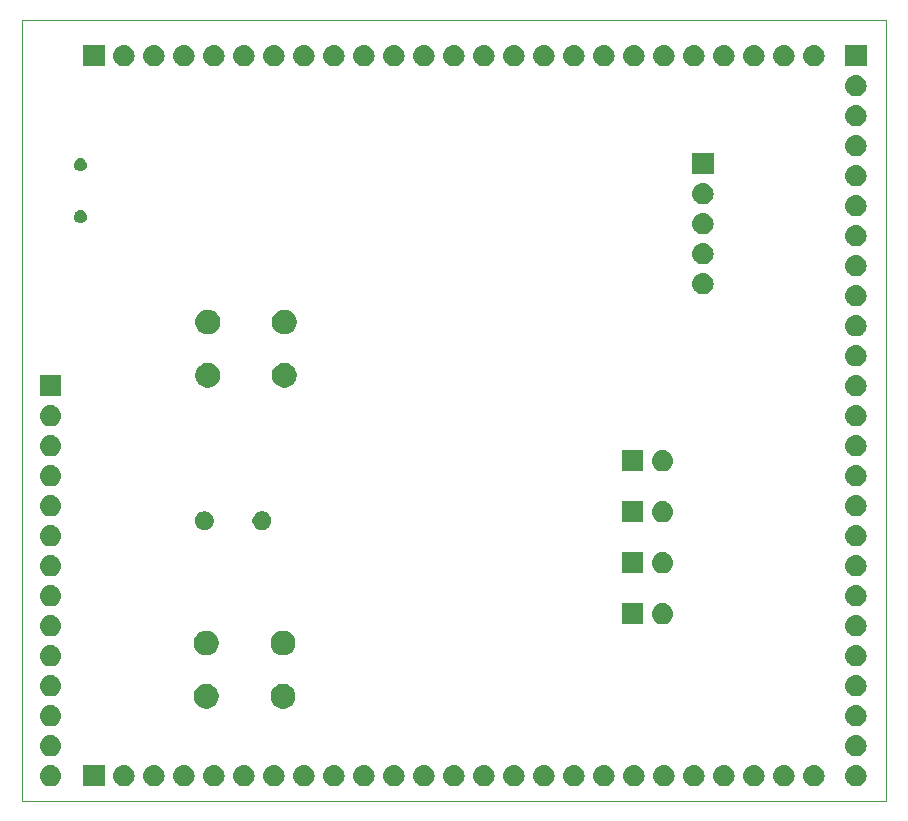
<source format=gbr>
%TF.GenerationSoftware,KiCad,Pcbnew,(5.1.4)-1*%
%TF.CreationDate,2020-02-09T20:37:11+05:30*%
%TF.ProjectId,stm32breakout,73746d33-3262-4726-9561-6b6f75742e6b,rev?*%
%TF.SameCoordinates,Original*%
%TF.FileFunction,Soldermask,Bot*%
%TF.FilePolarity,Negative*%
%FSLAX46Y46*%
G04 Gerber Fmt 4.6, Leading zero omitted, Abs format (unit mm)*
G04 Created by KiCad (PCBNEW (5.1.4)-1) date 2020-02-09 20:37:11*
%MOMM*%
%LPD*%
G04 APERTURE LIST*
%ADD10C,0.050000*%
%ADD11C,0.150000*%
G04 APERTURE END LIST*
D10*
X113919000Y-49022000D02*
X114427000Y-49022000D01*
X113919000Y-115189000D02*
X113919000Y-49022000D01*
X187071000Y-115189000D02*
X113919000Y-115189000D01*
X187071000Y-49022000D02*
X187071000Y-115189000D01*
X114427000Y-49022000D02*
X187071000Y-49022000D01*
D11*
G36*
X116442443Y-112135519D02*
G01*
X116508627Y-112142037D01*
X116678466Y-112193557D01*
X116834991Y-112277222D01*
X116870729Y-112306552D01*
X116972186Y-112389814D01*
X117055448Y-112491271D01*
X117084778Y-112527009D01*
X117168443Y-112683534D01*
X117219963Y-112853373D01*
X117237359Y-113030000D01*
X117219963Y-113206627D01*
X117168443Y-113376466D01*
X117084778Y-113532991D01*
X117055448Y-113568729D01*
X116972186Y-113670186D01*
X116870729Y-113753448D01*
X116834991Y-113782778D01*
X116678466Y-113866443D01*
X116508627Y-113917963D01*
X116442443Y-113924481D01*
X116376260Y-113931000D01*
X116287740Y-113931000D01*
X116221557Y-113924481D01*
X116155373Y-113917963D01*
X115985534Y-113866443D01*
X115829009Y-113782778D01*
X115793271Y-113753448D01*
X115691814Y-113670186D01*
X115608552Y-113568729D01*
X115579222Y-113532991D01*
X115495557Y-113376466D01*
X115444037Y-113206627D01*
X115426641Y-113030000D01*
X115444037Y-112853373D01*
X115495557Y-112683534D01*
X115579222Y-112527009D01*
X115608552Y-112491271D01*
X115691814Y-112389814D01*
X115793271Y-112306552D01*
X115829009Y-112277222D01*
X115985534Y-112193557D01*
X116155373Y-112142037D01*
X116221557Y-112135519D01*
X116287740Y-112129000D01*
X116376260Y-112129000D01*
X116442443Y-112135519D01*
X116442443Y-112135519D01*
G37*
G36*
X153145443Y-112135519D02*
G01*
X153211627Y-112142037D01*
X153381466Y-112193557D01*
X153537991Y-112277222D01*
X153573729Y-112306552D01*
X153675186Y-112389814D01*
X153758448Y-112491271D01*
X153787778Y-112527009D01*
X153871443Y-112683534D01*
X153922963Y-112853373D01*
X153940359Y-113030000D01*
X153922963Y-113206627D01*
X153871443Y-113376466D01*
X153787778Y-113532991D01*
X153758448Y-113568729D01*
X153675186Y-113670186D01*
X153573729Y-113753448D01*
X153537991Y-113782778D01*
X153381466Y-113866443D01*
X153211627Y-113917963D01*
X153145443Y-113924481D01*
X153079260Y-113931000D01*
X152990740Y-113931000D01*
X152924557Y-113924481D01*
X152858373Y-113917963D01*
X152688534Y-113866443D01*
X152532009Y-113782778D01*
X152496271Y-113753448D01*
X152394814Y-113670186D01*
X152311552Y-113568729D01*
X152282222Y-113532991D01*
X152198557Y-113376466D01*
X152147037Y-113206627D01*
X152129641Y-113030000D01*
X152147037Y-112853373D01*
X152198557Y-112683534D01*
X152282222Y-112527009D01*
X152311552Y-112491271D01*
X152394814Y-112389814D01*
X152496271Y-112306552D01*
X152532009Y-112277222D01*
X152688534Y-112193557D01*
X152858373Y-112142037D01*
X152924557Y-112135519D01*
X152990740Y-112129000D01*
X153079260Y-112129000D01*
X153145443Y-112135519D01*
X153145443Y-112135519D01*
G37*
G36*
X178545443Y-112135519D02*
G01*
X178611627Y-112142037D01*
X178781466Y-112193557D01*
X178937991Y-112277222D01*
X178973729Y-112306552D01*
X179075186Y-112389814D01*
X179158448Y-112491271D01*
X179187778Y-112527009D01*
X179271443Y-112683534D01*
X179322963Y-112853373D01*
X179340359Y-113030000D01*
X179322963Y-113206627D01*
X179271443Y-113376466D01*
X179187778Y-113532991D01*
X179158448Y-113568729D01*
X179075186Y-113670186D01*
X178973729Y-113753448D01*
X178937991Y-113782778D01*
X178781466Y-113866443D01*
X178611627Y-113917963D01*
X178545443Y-113924481D01*
X178479260Y-113931000D01*
X178390740Y-113931000D01*
X178324557Y-113924481D01*
X178258373Y-113917963D01*
X178088534Y-113866443D01*
X177932009Y-113782778D01*
X177896271Y-113753448D01*
X177794814Y-113670186D01*
X177711552Y-113568729D01*
X177682222Y-113532991D01*
X177598557Y-113376466D01*
X177547037Y-113206627D01*
X177529641Y-113030000D01*
X177547037Y-112853373D01*
X177598557Y-112683534D01*
X177682222Y-112527009D01*
X177711552Y-112491271D01*
X177794814Y-112389814D01*
X177896271Y-112306552D01*
X177932009Y-112277222D01*
X178088534Y-112193557D01*
X178258373Y-112142037D01*
X178324557Y-112135519D01*
X178390740Y-112129000D01*
X178479260Y-112129000D01*
X178545443Y-112135519D01*
X178545443Y-112135519D01*
G37*
G36*
X176005443Y-112135519D02*
G01*
X176071627Y-112142037D01*
X176241466Y-112193557D01*
X176397991Y-112277222D01*
X176433729Y-112306552D01*
X176535186Y-112389814D01*
X176618448Y-112491271D01*
X176647778Y-112527009D01*
X176731443Y-112683534D01*
X176782963Y-112853373D01*
X176800359Y-113030000D01*
X176782963Y-113206627D01*
X176731443Y-113376466D01*
X176647778Y-113532991D01*
X176618448Y-113568729D01*
X176535186Y-113670186D01*
X176433729Y-113753448D01*
X176397991Y-113782778D01*
X176241466Y-113866443D01*
X176071627Y-113917963D01*
X176005443Y-113924481D01*
X175939260Y-113931000D01*
X175850740Y-113931000D01*
X175784557Y-113924481D01*
X175718373Y-113917963D01*
X175548534Y-113866443D01*
X175392009Y-113782778D01*
X175356271Y-113753448D01*
X175254814Y-113670186D01*
X175171552Y-113568729D01*
X175142222Y-113532991D01*
X175058557Y-113376466D01*
X175007037Y-113206627D01*
X174989641Y-113030000D01*
X175007037Y-112853373D01*
X175058557Y-112683534D01*
X175142222Y-112527009D01*
X175171552Y-112491271D01*
X175254814Y-112389814D01*
X175356271Y-112306552D01*
X175392009Y-112277222D01*
X175548534Y-112193557D01*
X175718373Y-112142037D01*
X175784557Y-112135519D01*
X175850740Y-112129000D01*
X175939260Y-112129000D01*
X176005443Y-112135519D01*
X176005443Y-112135519D01*
G37*
G36*
X173465443Y-112135519D02*
G01*
X173531627Y-112142037D01*
X173701466Y-112193557D01*
X173857991Y-112277222D01*
X173893729Y-112306552D01*
X173995186Y-112389814D01*
X174078448Y-112491271D01*
X174107778Y-112527009D01*
X174191443Y-112683534D01*
X174242963Y-112853373D01*
X174260359Y-113030000D01*
X174242963Y-113206627D01*
X174191443Y-113376466D01*
X174107778Y-113532991D01*
X174078448Y-113568729D01*
X173995186Y-113670186D01*
X173893729Y-113753448D01*
X173857991Y-113782778D01*
X173701466Y-113866443D01*
X173531627Y-113917963D01*
X173465443Y-113924481D01*
X173399260Y-113931000D01*
X173310740Y-113931000D01*
X173244557Y-113924481D01*
X173178373Y-113917963D01*
X173008534Y-113866443D01*
X172852009Y-113782778D01*
X172816271Y-113753448D01*
X172714814Y-113670186D01*
X172631552Y-113568729D01*
X172602222Y-113532991D01*
X172518557Y-113376466D01*
X172467037Y-113206627D01*
X172449641Y-113030000D01*
X172467037Y-112853373D01*
X172518557Y-112683534D01*
X172602222Y-112527009D01*
X172631552Y-112491271D01*
X172714814Y-112389814D01*
X172816271Y-112306552D01*
X172852009Y-112277222D01*
X173008534Y-112193557D01*
X173178373Y-112142037D01*
X173244557Y-112135519D01*
X173310740Y-112129000D01*
X173399260Y-112129000D01*
X173465443Y-112135519D01*
X173465443Y-112135519D01*
G37*
G36*
X170925443Y-112135519D02*
G01*
X170991627Y-112142037D01*
X171161466Y-112193557D01*
X171317991Y-112277222D01*
X171353729Y-112306552D01*
X171455186Y-112389814D01*
X171538448Y-112491271D01*
X171567778Y-112527009D01*
X171651443Y-112683534D01*
X171702963Y-112853373D01*
X171720359Y-113030000D01*
X171702963Y-113206627D01*
X171651443Y-113376466D01*
X171567778Y-113532991D01*
X171538448Y-113568729D01*
X171455186Y-113670186D01*
X171353729Y-113753448D01*
X171317991Y-113782778D01*
X171161466Y-113866443D01*
X170991627Y-113917963D01*
X170925443Y-113924481D01*
X170859260Y-113931000D01*
X170770740Y-113931000D01*
X170704557Y-113924481D01*
X170638373Y-113917963D01*
X170468534Y-113866443D01*
X170312009Y-113782778D01*
X170276271Y-113753448D01*
X170174814Y-113670186D01*
X170091552Y-113568729D01*
X170062222Y-113532991D01*
X169978557Y-113376466D01*
X169927037Y-113206627D01*
X169909641Y-113030000D01*
X169927037Y-112853373D01*
X169978557Y-112683534D01*
X170062222Y-112527009D01*
X170091552Y-112491271D01*
X170174814Y-112389814D01*
X170276271Y-112306552D01*
X170312009Y-112277222D01*
X170468534Y-112193557D01*
X170638373Y-112142037D01*
X170704557Y-112135519D01*
X170770740Y-112129000D01*
X170859260Y-112129000D01*
X170925443Y-112135519D01*
X170925443Y-112135519D01*
G37*
G36*
X168385443Y-112135519D02*
G01*
X168451627Y-112142037D01*
X168621466Y-112193557D01*
X168777991Y-112277222D01*
X168813729Y-112306552D01*
X168915186Y-112389814D01*
X168998448Y-112491271D01*
X169027778Y-112527009D01*
X169111443Y-112683534D01*
X169162963Y-112853373D01*
X169180359Y-113030000D01*
X169162963Y-113206627D01*
X169111443Y-113376466D01*
X169027778Y-113532991D01*
X168998448Y-113568729D01*
X168915186Y-113670186D01*
X168813729Y-113753448D01*
X168777991Y-113782778D01*
X168621466Y-113866443D01*
X168451627Y-113917963D01*
X168385443Y-113924481D01*
X168319260Y-113931000D01*
X168230740Y-113931000D01*
X168164557Y-113924481D01*
X168098373Y-113917963D01*
X167928534Y-113866443D01*
X167772009Y-113782778D01*
X167736271Y-113753448D01*
X167634814Y-113670186D01*
X167551552Y-113568729D01*
X167522222Y-113532991D01*
X167438557Y-113376466D01*
X167387037Y-113206627D01*
X167369641Y-113030000D01*
X167387037Y-112853373D01*
X167438557Y-112683534D01*
X167522222Y-112527009D01*
X167551552Y-112491271D01*
X167634814Y-112389814D01*
X167736271Y-112306552D01*
X167772009Y-112277222D01*
X167928534Y-112193557D01*
X168098373Y-112142037D01*
X168164557Y-112135519D01*
X168230740Y-112129000D01*
X168319260Y-112129000D01*
X168385443Y-112135519D01*
X168385443Y-112135519D01*
G37*
G36*
X165845443Y-112135519D02*
G01*
X165911627Y-112142037D01*
X166081466Y-112193557D01*
X166237991Y-112277222D01*
X166273729Y-112306552D01*
X166375186Y-112389814D01*
X166458448Y-112491271D01*
X166487778Y-112527009D01*
X166571443Y-112683534D01*
X166622963Y-112853373D01*
X166640359Y-113030000D01*
X166622963Y-113206627D01*
X166571443Y-113376466D01*
X166487778Y-113532991D01*
X166458448Y-113568729D01*
X166375186Y-113670186D01*
X166273729Y-113753448D01*
X166237991Y-113782778D01*
X166081466Y-113866443D01*
X165911627Y-113917963D01*
X165845443Y-113924481D01*
X165779260Y-113931000D01*
X165690740Y-113931000D01*
X165624557Y-113924481D01*
X165558373Y-113917963D01*
X165388534Y-113866443D01*
X165232009Y-113782778D01*
X165196271Y-113753448D01*
X165094814Y-113670186D01*
X165011552Y-113568729D01*
X164982222Y-113532991D01*
X164898557Y-113376466D01*
X164847037Y-113206627D01*
X164829641Y-113030000D01*
X164847037Y-112853373D01*
X164898557Y-112683534D01*
X164982222Y-112527009D01*
X165011552Y-112491271D01*
X165094814Y-112389814D01*
X165196271Y-112306552D01*
X165232009Y-112277222D01*
X165388534Y-112193557D01*
X165558373Y-112142037D01*
X165624557Y-112135519D01*
X165690740Y-112129000D01*
X165779260Y-112129000D01*
X165845443Y-112135519D01*
X165845443Y-112135519D01*
G37*
G36*
X163305443Y-112135519D02*
G01*
X163371627Y-112142037D01*
X163541466Y-112193557D01*
X163697991Y-112277222D01*
X163733729Y-112306552D01*
X163835186Y-112389814D01*
X163918448Y-112491271D01*
X163947778Y-112527009D01*
X164031443Y-112683534D01*
X164082963Y-112853373D01*
X164100359Y-113030000D01*
X164082963Y-113206627D01*
X164031443Y-113376466D01*
X163947778Y-113532991D01*
X163918448Y-113568729D01*
X163835186Y-113670186D01*
X163733729Y-113753448D01*
X163697991Y-113782778D01*
X163541466Y-113866443D01*
X163371627Y-113917963D01*
X163305443Y-113924481D01*
X163239260Y-113931000D01*
X163150740Y-113931000D01*
X163084557Y-113924481D01*
X163018373Y-113917963D01*
X162848534Y-113866443D01*
X162692009Y-113782778D01*
X162656271Y-113753448D01*
X162554814Y-113670186D01*
X162471552Y-113568729D01*
X162442222Y-113532991D01*
X162358557Y-113376466D01*
X162307037Y-113206627D01*
X162289641Y-113030000D01*
X162307037Y-112853373D01*
X162358557Y-112683534D01*
X162442222Y-112527009D01*
X162471552Y-112491271D01*
X162554814Y-112389814D01*
X162656271Y-112306552D01*
X162692009Y-112277222D01*
X162848534Y-112193557D01*
X163018373Y-112142037D01*
X163084557Y-112135519D01*
X163150740Y-112129000D01*
X163239260Y-112129000D01*
X163305443Y-112135519D01*
X163305443Y-112135519D01*
G37*
G36*
X160765443Y-112135519D02*
G01*
X160831627Y-112142037D01*
X161001466Y-112193557D01*
X161157991Y-112277222D01*
X161193729Y-112306552D01*
X161295186Y-112389814D01*
X161378448Y-112491271D01*
X161407778Y-112527009D01*
X161491443Y-112683534D01*
X161542963Y-112853373D01*
X161560359Y-113030000D01*
X161542963Y-113206627D01*
X161491443Y-113376466D01*
X161407778Y-113532991D01*
X161378448Y-113568729D01*
X161295186Y-113670186D01*
X161193729Y-113753448D01*
X161157991Y-113782778D01*
X161001466Y-113866443D01*
X160831627Y-113917963D01*
X160765443Y-113924481D01*
X160699260Y-113931000D01*
X160610740Y-113931000D01*
X160544557Y-113924481D01*
X160478373Y-113917963D01*
X160308534Y-113866443D01*
X160152009Y-113782778D01*
X160116271Y-113753448D01*
X160014814Y-113670186D01*
X159931552Y-113568729D01*
X159902222Y-113532991D01*
X159818557Y-113376466D01*
X159767037Y-113206627D01*
X159749641Y-113030000D01*
X159767037Y-112853373D01*
X159818557Y-112683534D01*
X159902222Y-112527009D01*
X159931552Y-112491271D01*
X160014814Y-112389814D01*
X160116271Y-112306552D01*
X160152009Y-112277222D01*
X160308534Y-112193557D01*
X160478373Y-112142037D01*
X160544557Y-112135519D01*
X160610740Y-112129000D01*
X160699260Y-112129000D01*
X160765443Y-112135519D01*
X160765443Y-112135519D01*
G37*
G36*
X158225443Y-112135519D02*
G01*
X158291627Y-112142037D01*
X158461466Y-112193557D01*
X158617991Y-112277222D01*
X158653729Y-112306552D01*
X158755186Y-112389814D01*
X158838448Y-112491271D01*
X158867778Y-112527009D01*
X158951443Y-112683534D01*
X159002963Y-112853373D01*
X159020359Y-113030000D01*
X159002963Y-113206627D01*
X158951443Y-113376466D01*
X158867778Y-113532991D01*
X158838448Y-113568729D01*
X158755186Y-113670186D01*
X158653729Y-113753448D01*
X158617991Y-113782778D01*
X158461466Y-113866443D01*
X158291627Y-113917963D01*
X158225443Y-113924481D01*
X158159260Y-113931000D01*
X158070740Y-113931000D01*
X158004557Y-113924481D01*
X157938373Y-113917963D01*
X157768534Y-113866443D01*
X157612009Y-113782778D01*
X157576271Y-113753448D01*
X157474814Y-113670186D01*
X157391552Y-113568729D01*
X157362222Y-113532991D01*
X157278557Y-113376466D01*
X157227037Y-113206627D01*
X157209641Y-113030000D01*
X157227037Y-112853373D01*
X157278557Y-112683534D01*
X157362222Y-112527009D01*
X157391552Y-112491271D01*
X157474814Y-112389814D01*
X157576271Y-112306552D01*
X157612009Y-112277222D01*
X157768534Y-112193557D01*
X157938373Y-112142037D01*
X158004557Y-112135519D01*
X158070740Y-112129000D01*
X158159260Y-112129000D01*
X158225443Y-112135519D01*
X158225443Y-112135519D01*
G37*
G36*
X184641443Y-112135519D02*
G01*
X184707627Y-112142037D01*
X184877466Y-112193557D01*
X185033991Y-112277222D01*
X185069729Y-112306552D01*
X185171186Y-112389814D01*
X185254448Y-112491271D01*
X185283778Y-112527009D01*
X185367443Y-112683534D01*
X185418963Y-112853373D01*
X185436359Y-113030000D01*
X185418963Y-113206627D01*
X185367443Y-113376466D01*
X185283778Y-113532991D01*
X185254448Y-113568729D01*
X185171186Y-113670186D01*
X185069729Y-113753448D01*
X185033991Y-113782778D01*
X184877466Y-113866443D01*
X184707627Y-113917963D01*
X184641443Y-113924481D01*
X184575260Y-113931000D01*
X184486740Y-113931000D01*
X184420557Y-113924481D01*
X184354373Y-113917963D01*
X184184534Y-113866443D01*
X184028009Y-113782778D01*
X183992271Y-113753448D01*
X183890814Y-113670186D01*
X183807552Y-113568729D01*
X183778222Y-113532991D01*
X183694557Y-113376466D01*
X183643037Y-113206627D01*
X183625641Y-113030000D01*
X183643037Y-112853373D01*
X183694557Y-112683534D01*
X183778222Y-112527009D01*
X183807552Y-112491271D01*
X183890814Y-112389814D01*
X183992271Y-112306552D01*
X184028009Y-112277222D01*
X184184534Y-112193557D01*
X184354373Y-112142037D01*
X184420557Y-112135519D01*
X184486740Y-112129000D01*
X184575260Y-112129000D01*
X184641443Y-112135519D01*
X184641443Y-112135519D01*
G37*
G36*
X155685443Y-112135519D02*
G01*
X155751627Y-112142037D01*
X155921466Y-112193557D01*
X156077991Y-112277222D01*
X156113729Y-112306552D01*
X156215186Y-112389814D01*
X156298448Y-112491271D01*
X156327778Y-112527009D01*
X156411443Y-112683534D01*
X156462963Y-112853373D01*
X156480359Y-113030000D01*
X156462963Y-113206627D01*
X156411443Y-113376466D01*
X156327778Y-113532991D01*
X156298448Y-113568729D01*
X156215186Y-113670186D01*
X156113729Y-113753448D01*
X156077991Y-113782778D01*
X155921466Y-113866443D01*
X155751627Y-113917963D01*
X155685443Y-113924481D01*
X155619260Y-113931000D01*
X155530740Y-113931000D01*
X155464557Y-113924481D01*
X155398373Y-113917963D01*
X155228534Y-113866443D01*
X155072009Y-113782778D01*
X155036271Y-113753448D01*
X154934814Y-113670186D01*
X154851552Y-113568729D01*
X154822222Y-113532991D01*
X154738557Y-113376466D01*
X154687037Y-113206627D01*
X154669641Y-113030000D01*
X154687037Y-112853373D01*
X154738557Y-112683534D01*
X154822222Y-112527009D01*
X154851552Y-112491271D01*
X154934814Y-112389814D01*
X155036271Y-112306552D01*
X155072009Y-112277222D01*
X155228534Y-112193557D01*
X155398373Y-112142037D01*
X155464557Y-112135519D01*
X155530740Y-112129000D01*
X155619260Y-112129000D01*
X155685443Y-112135519D01*
X155685443Y-112135519D01*
G37*
G36*
X181085443Y-112135519D02*
G01*
X181151627Y-112142037D01*
X181321466Y-112193557D01*
X181477991Y-112277222D01*
X181513729Y-112306552D01*
X181615186Y-112389814D01*
X181698448Y-112491271D01*
X181727778Y-112527009D01*
X181811443Y-112683534D01*
X181862963Y-112853373D01*
X181880359Y-113030000D01*
X181862963Y-113206627D01*
X181811443Y-113376466D01*
X181727778Y-113532991D01*
X181698448Y-113568729D01*
X181615186Y-113670186D01*
X181513729Y-113753448D01*
X181477991Y-113782778D01*
X181321466Y-113866443D01*
X181151627Y-113917963D01*
X181085443Y-113924481D01*
X181019260Y-113931000D01*
X180930740Y-113931000D01*
X180864557Y-113924481D01*
X180798373Y-113917963D01*
X180628534Y-113866443D01*
X180472009Y-113782778D01*
X180436271Y-113753448D01*
X180334814Y-113670186D01*
X180251552Y-113568729D01*
X180222222Y-113532991D01*
X180138557Y-113376466D01*
X180087037Y-113206627D01*
X180069641Y-113030000D01*
X180087037Y-112853373D01*
X180138557Y-112683534D01*
X180222222Y-112527009D01*
X180251552Y-112491271D01*
X180334814Y-112389814D01*
X180436271Y-112306552D01*
X180472009Y-112277222D01*
X180628534Y-112193557D01*
X180798373Y-112142037D01*
X180864557Y-112135519D01*
X180930740Y-112129000D01*
X181019260Y-112129000D01*
X181085443Y-112135519D01*
X181085443Y-112135519D01*
G37*
G36*
X122665443Y-112135519D02*
G01*
X122731627Y-112142037D01*
X122901466Y-112193557D01*
X123057991Y-112277222D01*
X123093729Y-112306552D01*
X123195186Y-112389814D01*
X123278448Y-112491271D01*
X123307778Y-112527009D01*
X123391443Y-112683534D01*
X123442963Y-112853373D01*
X123460359Y-113030000D01*
X123442963Y-113206627D01*
X123391443Y-113376466D01*
X123307778Y-113532991D01*
X123278448Y-113568729D01*
X123195186Y-113670186D01*
X123093729Y-113753448D01*
X123057991Y-113782778D01*
X122901466Y-113866443D01*
X122731627Y-113917963D01*
X122665443Y-113924481D01*
X122599260Y-113931000D01*
X122510740Y-113931000D01*
X122444557Y-113924481D01*
X122378373Y-113917963D01*
X122208534Y-113866443D01*
X122052009Y-113782778D01*
X122016271Y-113753448D01*
X121914814Y-113670186D01*
X121831552Y-113568729D01*
X121802222Y-113532991D01*
X121718557Y-113376466D01*
X121667037Y-113206627D01*
X121649641Y-113030000D01*
X121667037Y-112853373D01*
X121718557Y-112683534D01*
X121802222Y-112527009D01*
X121831552Y-112491271D01*
X121914814Y-112389814D01*
X122016271Y-112306552D01*
X122052009Y-112277222D01*
X122208534Y-112193557D01*
X122378373Y-112142037D01*
X122444557Y-112135519D01*
X122510740Y-112129000D01*
X122599260Y-112129000D01*
X122665443Y-112135519D01*
X122665443Y-112135519D01*
G37*
G36*
X150605443Y-112135519D02*
G01*
X150671627Y-112142037D01*
X150841466Y-112193557D01*
X150997991Y-112277222D01*
X151033729Y-112306552D01*
X151135186Y-112389814D01*
X151218448Y-112491271D01*
X151247778Y-112527009D01*
X151331443Y-112683534D01*
X151382963Y-112853373D01*
X151400359Y-113030000D01*
X151382963Y-113206627D01*
X151331443Y-113376466D01*
X151247778Y-113532991D01*
X151218448Y-113568729D01*
X151135186Y-113670186D01*
X151033729Y-113753448D01*
X150997991Y-113782778D01*
X150841466Y-113866443D01*
X150671627Y-113917963D01*
X150605443Y-113924481D01*
X150539260Y-113931000D01*
X150450740Y-113931000D01*
X150384557Y-113924481D01*
X150318373Y-113917963D01*
X150148534Y-113866443D01*
X149992009Y-113782778D01*
X149956271Y-113753448D01*
X149854814Y-113670186D01*
X149771552Y-113568729D01*
X149742222Y-113532991D01*
X149658557Y-113376466D01*
X149607037Y-113206627D01*
X149589641Y-113030000D01*
X149607037Y-112853373D01*
X149658557Y-112683534D01*
X149742222Y-112527009D01*
X149771552Y-112491271D01*
X149854814Y-112389814D01*
X149956271Y-112306552D01*
X149992009Y-112277222D01*
X150148534Y-112193557D01*
X150318373Y-112142037D01*
X150384557Y-112135519D01*
X150450740Y-112129000D01*
X150539260Y-112129000D01*
X150605443Y-112135519D01*
X150605443Y-112135519D01*
G37*
G36*
X120916000Y-113931000D02*
G01*
X119114000Y-113931000D01*
X119114000Y-112129000D01*
X120916000Y-112129000D01*
X120916000Y-113931000D01*
X120916000Y-113931000D01*
G37*
G36*
X125205443Y-112135519D02*
G01*
X125271627Y-112142037D01*
X125441466Y-112193557D01*
X125597991Y-112277222D01*
X125633729Y-112306552D01*
X125735186Y-112389814D01*
X125818448Y-112491271D01*
X125847778Y-112527009D01*
X125931443Y-112683534D01*
X125982963Y-112853373D01*
X126000359Y-113030000D01*
X125982963Y-113206627D01*
X125931443Y-113376466D01*
X125847778Y-113532991D01*
X125818448Y-113568729D01*
X125735186Y-113670186D01*
X125633729Y-113753448D01*
X125597991Y-113782778D01*
X125441466Y-113866443D01*
X125271627Y-113917963D01*
X125205443Y-113924481D01*
X125139260Y-113931000D01*
X125050740Y-113931000D01*
X124984557Y-113924481D01*
X124918373Y-113917963D01*
X124748534Y-113866443D01*
X124592009Y-113782778D01*
X124556271Y-113753448D01*
X124454814Y-113670186D01*
X124371552Y-113568729D01*
X124342222Y-113532991D01*
X124258557Y-113376466D01*
X124207037Y-113206627D01*
X124189641Y-113030000D01*
X124207037Y-112853373D01*
X124258557Y-112683534D01*
X124342222Y-112527009D01*
X124371552Y-112491271D01*
X124454814Y-112389814D01*
X124556271Y-112306552D01*
X124592009Y-112277222D01*
X124748534Y-112193557D01*
X124918373Y-112142037D01*
X124984557Y-112135519D01*
X125050740Y-112129000D01*
X125139260Y-112129000D01*
X125205443Y-112135519D01*
X125205443Y-112135519D01*
G37*
G36*
X127745443Y-112135519D02*
G01*
X127811627Y-112142037D01*
X127981466Y-112193557D01*
X128137991Y-112277222D01*
X128173729Y-112306552D01*
X128275186Y-112389814D01*
X128358448Y-112491271D01*
X128387778Y-112527009D01*
X128471443Y-112683534D01*
X128522963Y-112853373D01*
X128540359Y-113030000D01*
X128522963Y-113206627D01*
X128471443Y-113376466D01*
X128387778Y-113532991D01*
X128358448Y-113568729D01*
X128275186Y-113670186D01*
X128173729Y-113753448D01*
X128137991Y-113782778D01*
X127981466Y-113866443D01*
X127811627Y-113917963D01*
X127745443Y-113924481D01*
X127679260Y-113931000D01*
X127590740Y-113931000D01*
X127524557Y-113924481D01*
X127458373Y-113917963D01*
X127288534Y-113866443D01*
X127132009Y-113782778D01*
X127096271Y-113753448D01*
X126994814Y-113670186D01*
X126911552Y-113568729D01*
X126882222Y-113532991D01*
X126798557Y-113376466D01*
X126747037Y-113206627D01*
X126729641Y-113030000D01*
X126747037Y-112853373D01*
X126798557Y-112683534D01*
X126882222Y-112527009D01*
X126911552Y-112491271D01*
X126994814Y-112389814D01*
X127096271Y-112306552D01*
X127132009Y-112277222D01*
X127288534Y-112193557D01*
X127458373Y-112142037D01*
X127524557Y-112135519D01*
X127590740Y-112129000D01*
X127679260Y-112129000D01*
X127745443Y-112135519D01*
X127745443Y-112135519D01*
G37*
G36*
X130285443Y-112135519D02*
G01*
X130351627Y-112142037D01*
X130521466Y-112193557D01*
X130677991Y-112277222D01*
X130713729Y-112306552D01*
X130815186Y-112389814D01*
X130898448Y-112491271D01*
X130927778Y-112527009D01*
X131011443Y-112683534D01*
X131062963Y-112853373D01*
X131080359Y-113030000D01*
X131062963Y-113206627D01*
X131011443Y-113376466D01*
X130927778Y-113532991D01*
X130898448Y-113568729D01*
X130815186Y-113670186D01*
X130713729Y-113753448D01*
X130677991Y-113782778D01*
X130521466Y-113866443D01*
X130351627Y-113917963D01*
X130285443Y-113924481D01*
X130219260Y-113931000D01*
X130130740Y-113931000D01*
X130064557Y-113924481D01*
X129998373Y-113917963D01*
X129828534Y-113866443D01*
X129672009Y-113782778D01*
X129636271Y-113753448D01*
X129534814Y-113670186D01*
X129451552Y-113568729D01*
X129422222Y-113532991D01*
X129338557Y-113376466D01*
X129287037Y-113206627D01*
X129269641Y-113030000D01*
X129287037Y-112853373D01*
X129338557Y-112683534D01*
X129422222Y-112527009D01*
X129451552Y-112491271D01*
X129534814Y-112389814D01*
X129636271Y-112306552D01*
X129672009Y-112277222D01*
X129828534Y-112193557D01*
X129998373Y-112142037D01*
X130064557Y-112135519D01*
X130130740Y-112129000D01*
X130219260Y-112129000D01*
X130285443Y-112135519D01*
X130285443Y-112135519D01*
G37*
G36*
X132825443Y-112135519D02*
G01*
X132891627Y-112142037D01*
X133061466Y-112193557D01*
X133217991Y-112277222D01*
X133253729Y-112306552D01*
X133355186Y-112389814D01*
X133438448Y-112491271D01*
X133467778Y-112527009D01*
X133551443Y-112683534D01*
X133602963Y-112853373D01*
X133620359Y-113030000D01*
X133602963Y-113206627D01*
X133551443Y-113376466D01*
X133467778Y-113532991D01*
X133438448Y-113568729D01*
X133355186Y-113670186D01*
X133253729Y-113753448D01*
X133217991Y-113782778D01*
X133061466Y-113866443D01*
X132891627Y-113917963D01*
X132825443Y-113924481D01*
X132759260Y-113931000D01*
X132670740Y-113931000D01*
X132604557Y-113924481D01*
X132538373Y-113917963D01*
X132368534Y-113866443D01*
X132212009Y-113782778D01*
X132176271Y-113753448D01*
X132074814Y-113670186D01*
X131991552Y-113568729D01*
X131962222Y-113532991D01*
X131878557Y-113376466D01*
X131827037Y-113206627D01*
X131809641Y-113030000D01*
X131827037Y-112853373D01*
X131878557Y-112683534D01*
X131962222Y-112527009D01*
X131991552Y-112491271D01*
X132074814Y-112389814D01*
X132176271Y-112306552D01*
X132212009Y-112277222D01*
X132368534Y-112193557D01*
X132538373Y-112142037D01*
X132604557Y-112135519D01*
X132670740Y-112129000D01*
X132759260Y-112129000D01*
X132825443Y-112135519D01*
X132825443Y-112135519D01*
G37*
G36*
X135365443Y-112135519D02*
G01*
X135431627Y-112142037D01*
X135601466Y-112193557D01*
X135757991Y-112277222D01*
X135793729Y-112306552D01*
X135895186Y-112389814D01*
X135978448Y-112491271D01*
X136007778Y-112527009D01*
X136091443Y-112683534D01*
X136142963Y-112853373D01*
X136160359Y-113030000D01*
X136142963Y-113206627D01*
X136091443Y-113376466D01*
X136007778Y-113532991D01*
X135978448Y-113568729D01*
X135895186Y-113670186D01*
X135793729Y-113753448D01*
X135757991Y-113782778D01*
X135601466Y-113866443D01*
X135431627Y-113917963D01*
X135365443Y-113924481D01*
X135299260Y-113931000D01*
X135210740Y-113931000D01*
X135144557Y-113924481D01*
X135078373Y-113917963D01*
X134908534Y-113866443D01*
X134752009Y-113782778D01*
X134716271Y-113753448D01*
X134614814Y-113670186D01*
X134531552Y-113568729D01*
X134502222Y-113532991D01*
X134418557Y-113376466D01*
X134367037Y-113206627D01*
X134349641Y-113030000D01*
X134367037Y-112853373D01*
X134418557Y-112683534D01*
X134502222Y-112527009D01*
X134531552Y-112491271D01*
X134614814Y-112389814D01*
X134716271Y-112306552D01*
X134752009Y-112277222D01*
X134908534Y-112193557D01*
X135078373Y-112142037D01*
X135144557Y-112135519D01*
X135210740Y-112129000D01*
X135299260Y-112129000D01*
X135365443Y-112135519D01*
X135365443Y-112135519D01*
G37*
G36*
X137905443Y-112135519D02*
G01*
X137971627Y-112142037D01*
X138141466Y-112193557D01*
X138297991Y-112277222D01*
X138333729Y-112306552D01*
X138435186Y-112389814D01*
X138518448Y-112491271D01*
X138547778Y-112527009D01*
X138631443Y-112683534D01*
X138682963Y-112853373D01*
X138700359Y-113030000D01*
X138682963Y-113206627D01*
X138631443Y-113376466D01*
X138547778Y-113532991D01*
X138518448Y-113568729D01*
X138435186Y-113670186D01*
X138333729Y-113753448D01*
X138297991Y-113782778D01*
X138141466Y-113866443D01*
X137971627Y-113917963D01*
X137905443Y-113924481D01*
X137839260Y-113931000D01*
X137750740Y-113931000D01*
X137684557Y-113924481D01*
X137618373Y-113917963D01*
X137448534Y-113866443D01*
X137292009Y-113782778D01*
X137256271Y-113753448D01*
X137154814Y-113670186D01*
X137071552Y-113568729D01*
X137042222Y-113532991D01*
X136958557Y-113376466D01*
X136907037Y-113206627D01*
X136889641Y-113030000D01*
X136907037Y-112853373D01*
X136958557Y-112683534D01*
X137042222Y-112527009D01*
X137071552Y-112491271D01*
X137154814Y-112389814D01*
X137256271Y-112306552D01*
X137292009Y-112277222D01*
X137448534Y-112193557D01*
X137618373Y-112142037D01*
X137684557Y-112135519D01*
X137750740Y-112129000D01*
X137839260Y-112129000D01*
X137905443Y-112135519D01*
X137905443Y-112135519D01*
G37*
G36*
X140445443Y-112135519D02*
G01*
X140511627Y-112142037D01*
X140681466Y-112193557D01*
X140837991Y-112277222D01*
X140873729Y-112306552D01*
X140975186Y-112389814D01*
X141058448Y-112491271D01*
X141087778Y-112527009D01*
X141171443Y-112683534D01*
X141222963Y-112853373D01*
X141240359Y-113030000D01*
X141222963Y-113206627D01*
X141171443Y-113376466D01*
X141087778Y-113532991D01*
X141058448Y-113568729D01*
X140975186Y-113670186D01*
X140873729Y-113753448D01*
X140837991Y-113782778D01*
X140681466Y-113866443D01*
X140511627Y-113917963D01*
X140445443Y-113924481D01*
X140379260Y-113931000D01*
X140290740Y-113931000D01*
X140224557Y-113924481D01*
X140158373Y-113917963D01*
X139988534Y-113866443D01*
X139832009Y-113782778D01*
X139796271Y-113753448D01*
X139694814Y-113670186D01*
X139611552Y-113568729D01*
X139582222Y-113532991D01*
X139498557Y-113376466D01*
X139447037Y-113206627D01*
X139429641Y-113030000D01*
X139447037Y-112853373D01*
X139498557Y-112683534D01*
X139582222Y-112527009D01*
X139611552Y-112491271D01*
X139694814Y-112389814D01*
X139796271Y-112306552D01*
X139832009Y-112277222D01*
X139988534Y-112193557D01*
X140158373Y-112142037D01*
X140224557Y-112135519D01*
X140290740Y-112129000D01*
X140379260Y-112129000D01*
X140445443Y-112135519D01*
X140445443Y-112135519D01*
G37*
G36*
X142985443Y-112135519D02*
G01*
X143051627Y-112142037D01*
X143221466Y-112193557D01*
X143377991Y-112277222D01*
X143413729Y-112306552D01*
X143515186Y-112389814D01*
X143598448Y-112491271D01*
X143627778Y-112527009D01*
X143711443Y-112683534D01*
X143762963Y-112853373D01*
X143780359Y-113030000D01*
X143762963Y-113206627D01*
X143711443Y-113376466D01*
X143627778Y-113532991D01*
X143598448Y-113568729D01*
X143515186Y-113670186D01*
X143413729Y-113753448D01*
X143377991Y-113782778D01*
X143221466Y-113866443D01*
X143051627Y-113917963D01*
X142985443Y-113924481D01*
X142919260Y-113931000D01*
X142830740Y-113931000D01*
X142764557Y-113924481D01*
X142698373Y-113917963D01*
X142528534Y-113866443D01*
X142372009Y-113782778D01*
X142336271Y-113753448D01*
X142234814Y-113670186D01*
X142151552Y-113568729D01*
X142122222Y-113532991D01*
X142038557Y-113376466D01*
X141987037Y-113206627D01*
X141969641Y-113030000D01*
X141987037Y-112853373D01*
X142038557Y-112683534D01*
X142122222Y-112527009D01*
X142151552Y-112491271D01*
X142234814Y-112389814D01*
X142336271Y-112306552D01*
X142372009Y-112277222D01*
X142528534Y-112193557D01*
X142698373Y-112142037D01*
X142764557Y-112135519D01*
X142830740Y-112129000D01*
X142919260Y-112129000D01*
X142985443Y-112135519D01*
X142985443Y-112135519D01*
G37*
G36*
X145525443Y-112135519D02*
G01*
X145591627Y-112142037D01*
X145761466Y-112193557D01*
X145917991Y-112277222D01*
X145953729Y-112306552D01*
X146055186Y-112389814D01*
X146138448Y-112491271D01*
X146167778Y-112527009D01*
X146251443Y-112683534D01*
X146302963Y-112853373D01*
X146320359Y-113030000D01*
X146302963Y-113206627D01*
X146251443Y-113376466D01*
X146167778Y-113532991D01*
X146138448Y-113568729D01*
X146055186Y-113670186D01*
X145953729Y-113753448D01*
X145917991Y-113782778D01*
X145761466Y-113866443D01*
X145591627Y-113917963D01*
X145525443Y-113924481D01*
X145459260Y-113931000D01*
X145370740Y-113931000D01*
X145304557Y-113924481D01*
X145238373Y-113917963D01*
X145068534Y-113866443D01*
X144912009Y-113782778D01*
X144876271Y-113753448D01*
X144774814Y-113670186D01*
X144691552Y-113568729D01*
X144662222Y-113532991D01*
X144578557Y-113376466D01*
X144527037Y-113206627D01*
X144509641Y-113030000D01*
X144527037Y-112853373D01*
X144578557Y-112683534D01*
X144662222Y-112527009D01*
X144691552Y-112491271D01*
X144774814Y-112389814D01*
X144876271Y-112306552D01*
X144912009Y-112277222D01*
X145068534Y-112193557D01*
X145238373Y-112142037D01*
X145304557Y-112135519D01*
X145370740Y-112129000D01*
X145459260Y-112129000D01*
X145525443Y-112135519D01*
X145525443Y-112135519D01*
G37*
G36*
X148065443Y-112135519D02*
G01*
X148131627Y-112142037D01*
X148301466Y-112193557D01*
X148457991Y-112277222D01*
X148493729Y-112306552D01*
X148595186Y-112389814D01*
X148678448Y-112491271D01*
X148707778Y-112527009D01*
X148791443Y-112683534D01*
X148842963Y-112853373D01*
X148860359Y-113030000D01*
X148842963Y-113206627D01*
X148791443Y-113376466D01*
X148707778Y-113532991D01*
X148678448Y-113568729D01*
X148595186Y-113670186D01*
X148493729Y-113753448D01*
X148457991Y-113782778D01*
X148301466Y-113866443D01*
X148131627Y-113917963D01*
X148065443Y-113924481D01*
X147999260Y-113931000D01*
X147910740Y-113931000D01*
X147844557Y-113924481D01*
X147778373Y-113917963D01*
X147608534Y-113866443D01*
X147452009Y-113782778D01*
X147416271Y-113753448D01*
X147314814Y-113670186D01*
X147231552Y-113568729D01*
X147202222Y-113532991D01*
X147118557Y-113376466D01*
X147067037Y-113206627D01*
X147049641Y-113030000D01*
X147067037Y-112853373D01*
X147118557Y-112683534D01*
X147202222Y-112527009D01*
X147231552Y-112491271D01*
X147314814Y-112389814D01*
X147416271Y-112306552D01*
X147452009Y-112277222D01*
X147608534Y-112193557D01*
X147778373Y-112142037D01*
X147844557Y-112135519D01*
X147910740Y-112129000D01*
X147999260Y-112129000D01*
X148065443Y-112135519D01*
X148065443Y-112135519D01*
G37*
G36*
X184641442Y-109595518D02*
G01*
X184707627Y-109602037D01*
X184877466Y-109653557D01*
X185033991Y-109737222D01*
X185069729Y-109766552D01*
X185171186Y-109849814D01*
X185254448Y-109951271D01*
X185283778Y-109987009D01*
X185367443Y-110143534D01*
X185418963Y-110313373D01*
X185436359Y-110490000D01*
X185418963Y-110666627D01*
X185367443Y-110836466D01*
X185283778Y-110992991D01*
X185254448Y-111028729D01*
X185171186Y-111130186D01*
X185069729Y-111213448D01*
X185033991Y-111242778D01*
X184877466Y-111326443D01*
X184707627Y-111377963D01*
X184641443Y-111384481D01*
X184575260Y-111391000D01*
X184486740Y-111391000D01*
X184420557Y-111384481D01*
X184354373Y-111377963D01*
X184184534Y-111326443D01*
X184028009Y-111242778D01*
X183992271Y-111213448D01*
X183890814Y-111130186D01*
X183807552Y-111028729D01*
X183778222Y-110992991D01*
X183694557Y-110836466D01*
X183643037Y-110666627D01*
X183625641Y-110490000D01*
X183643037Y-110313373D01*
X183694557Y-110143534D01*
X183778222Y-109987009D01*
X183807552Y-109951271D01*
X183890814Y-109849814D01*
X183992271Y-109766552D01*
X184028009Y-109737222D01*
X184184534Y-109653557D01*
X184354373Y-109602037D01*
X184420558Y-109595518D01*
X184486740Y-109589000D01*
X184575260Y-109589000D01*
X184641442Y-109595518D01*
X184641442Y-109595518D01*
G37*
G36*
X116442442Y-109595518D02*
G01*
X116508627Y-109602037D01*
X116678466Y-109653557D01*
X116834991Y-109737222D01*
X116870729Y-109766552D01*
X116972186Y-109849814D01*
X117055448Y-109951271D01*
X117084778Y-109987009D01*
X117168443Y-110143534D01*
X117219963Y-110313373D01*
X117237359Y-110490000D01*
X117219963Y-110666627D01*
X117168443Y-110836466D01*
X117084778Y-110992991D01*
X117055448Y-111028729D01*
X116972186Y-111130186D01*
X116870729Y-111213448D01*
X116834991Y-111242778D01*
X116678466Y-111326443D01*
X116508627Y-111377963D01*
X116442443Y-111384481D01*
X116376260Y-111391000D01*
X116287740Y-111391000D01*
X116221557Y-111384481D01*
X116155373Y-111377963D01*
X115985534Y-111326443D01*
X115829009Y-111242778D01*
X115793271Y-111213448D01*
X115691814Y-111130186D01*
X115608552Y-111028729D01*
X115579222Y-110992991D01*
X115495557Y-110836466D01*
X115444037Y-110666627D01*
X115426641Y-110490000D01*
X115444037Y-110313373D01*
X115495557Y-110143534D01*
X115579222Y-109987009D01*
X115608552Y-109951271D01*
X115691814Y-109849814D01*
X115793271Y-109766552D01*
X115829009Y-109737222D01*
X115985534Y-109653557D01*
X116155373Y-109602037D01*
X116221558Y-109595518D01*
X116287740Y-109589000D01*
X116376260Y-109589000D01*
X116442442Y-109595518D01*
X116442442Y-109595518D01*
G37*
G36*
X116442442Y-107055518D02*
G01*
X116508627Y-107062037D01*
X116678466Y-107113557D01*
X116834991Y-107197222D01*
X116870729Y-107226552D01*
X116972186Y-107309814D01*
X117055448Y-107411271D01*
X117084778Y-107447009D01*
X117168443Y-107603534D01*
X117219963Y-107773373D01*
X117237359Y-107950000D01*
X117219963Y-108126627D01*
X117168443Y-108296466D01*
X117084778Y-108452991D01*
X117055448Y-108488729D01*
X116972186Y-108590186D01*
X116870729Y-108673448D01*
X116834991Y-108702778D01*
X116678466Y-108786443D01*
X116508627Y-108837963D01*
X116442442Y-108844482D01*
X116376260Y-108851000D01*
X116287740Y-108851000D01*
X116221558Y-108844482D01*
X116155373Y-108837963D01*
X115985534Y-108786443D01*
X115829009Y-108702778D01*
X115793271Y-108673448D01*
X115691814Y-108590186D01*
X115608552Y-108488729D01*
X115579222Y-108452991D01*
X115495557Y-108296466D01*
X115444037Y-108126627D01*
X115426641Y-107950000D01*
X115444037Y-107773373D01*
X115495557Y-107603534D01*
X115579222Y-107447009D01*
X115608552Y-107411271D01*
X115691814Y-107309814D01*
X115793271Y-107226552D01*
X115829009Y-107197222D01*
X115985534Y-107113557D01*
X116155373Y-107062037D01*
X116221558Y-107055518D01*
X116287740Y-107049000D01*
X116376260Y-107049000D01*
X116442442Y-107055518D01*
X116442442Y-107055518D01*
G37*
G36*
X184641442Y-107055518D02*
G01*
X184707627Y-107062037D01*
X184877466Y-107113557D01*
X185033991Y-107197222D01*
X185069729Y-107226552D01*
X185171186Y-107309814D01*
X185254448Y-107411271D01*
X185283778Y-107447009D01*
X185367443Y-107603534D01*
X185418963Y-107773373D01*
X185436359Y-107950000D01*
X185418963Y-108126627D01*
X185367443Y-108296466D01*
X185283778Y-108452991D01*
X185254448Y-108488729D01*
X185171186Y-108590186D01*
X185069729Y-108673448D01*
X185033991Y-108702778D01*
X184877466Y-108786443D01*
X184707627Y-108837963D01*
X184641442Y-108844482D01*
X184575260Y-108851000D01*
X184486740Y-108851000D01*
X184420558Y-108844482D01*
X184354373Y-108837963D01*
X184184534Y-108786443D01*
X184028009Y-108702778D01*
X183992271Y-108673448D01*
X183890814Y-108590186D01*
X183807552Y-108488729D01*
X183778222Y-108452991D01*
X183694557Y-108296466D01*
X183643037Y-108126627D01*
X183625641Y-107950000D01*
X183643037Y-107773373D01*
X183694557Y-107603534D01*
X183778222Y-107447009D01*
X183807552Y-107411271D01*
X183890814Y-107309814D01*
X183992271Y-107226552D01*
X184028009Y-107197222D01*
X184184534Y-107113557D01*
X184354373Y-107062037D01*
X184420558Y-107055518D01*
X184486740Y-107049000D01*
X184575260Y-107049000D01*
X184641442Y-107055518D01*
X184641442Y-107055518D01*
G37*
G36*
X129823564Y-105288389D02*
G01*
X130014833Y-105367615D01*
X130014835Y-105367616D01*
X130078267Y-105410000D01*
X130186973Y-105482635D01*
X130333365Y-105629027D01*
X130448385Y-105801167D01*
X130527611Y-105992436D01*
X130568000Y-106195484D01*
X130568000Y-106402516D01*
X130527611Y-106605564D01*
X130448385Y-106796833D01*
X130448384Y-106796835D01*
X130333365Y-106968973D01*
X130186973Y-107115365D01*
X130014835Y-107230384D01*
X130014834Y-107230385D01*
X130014833Y-107230385D01*
X129823564Y-107309611D01*
X129620516Y-107350000D01*
X129413484Y-107350000D01*
X129210436Y-107309611D01*
X129019167Y-107230385D01*
X129019166Y-107230385D01*
X129019165Y-107230384D01*
X128847027Y-107115365D01*
X128700635Y-106968973D01*
X128585616Y-106796835D01*
X128585615Y-106796833D01*
X128506389Y-106605564D01*
X128466000Y-106402516D01*
X128466000Y-106195484D01*
X128506389Y-105992436D01*
X128585615Y-105801167D01*
X128700635Y-105629027D01*
X128847027Y-105482635D01*
X128955733Y-105410000D01*
X129019165Y-105367616D01*
X129019167Y-105367615D01*
X129210436Y-105288389D01*
X129413484Y-105248000D01*
X129620516Y-105248000D01*
X129823564Y-105288389D01*
X129823564Y-105288389D01*
G37*
G36*
X136323564Y-105288389D02*
G01*
X136514833Y-105367615D01*
X136514835Y-105367616D01*
X136578267Y-105410000D01*
X136686973Y-105482635D01*
X136833365Y-105629027D01*
X136948385Y-105801167D01*
X137027611Y-105992436D01*
X137068000Y-106195484D01*
X137068000Y-106402516D01*
X137027611Y-106605564D01*
X136948385Y-106796833D01*
X136948384Y-106796835D01*
X136833365Y-106968973D01*
X136686973Y-107115365D01*
X136514835Y-107230384D01*
X136514834Y-107230385D01*
X136514833Y-107230385D01*
X136323564Y-107309611D01*
X136120516Y-107350000D01*
X135913484Y-107350000D01*
X135710436Y-107309611D01*
X135519167Y-107230385D01*
X135519166Y-107230385D01*
X135519165Y-107230384D01*
X135347027Y-107115365D01*
X135200635Y-106968973D01*
X135085616Y-106796835D01*
X135085615Y-106796833D01*
X135006389Y-106605564D01*
X134966000Y-106402516D01*
X134966000Y-106195484D01*
X135006389Y-105992436D01*
X135085615Y-105801167D01*
X135200635Y-105629027D01*
X135347027Y-105482635D01*
X135455733Y-105410000D01*
X135519165Y-105367616D01*
X135519167Y-105367615D01*
X135710436Y-105288389D01*
X135913484Y-105248000D01*
X136120516Y-105248000D01*
X136323564Y-105288389D01*
X136323564Y-105288389D01*
G37*
G36*
X116442443Y-104515519D02*
G01*
X116508627Y-104522037D01*
X116678466Y-104573557D01*
X116834991Y-104657222D01*
X116870729Y-104686552D01*
X116972186Y-104769814D01*
X117055448Y-104871271D01*
X117084778Y-104907009D01*
X117168443Y-105063534D01*
X117219963Y-105233373D01*
X117237359Y-105410000D01*
X117219963Y-105586627D01*
X117168443Y-105756466D01*
X117084778Y-105912991D01*
X117055448Y-105948729D01*
X116972186Y-106050186D01*
X116870729Y-106133448D01*
X116834991Y-106162778D01*
X116678466Y-106246443D01*
X116508627Y-106297963D01*
X116442442Y-106304482D01*
X116376260Y-106311000D01*
X116287740Y-106311000D01*
X116221558Y-106304482D01*
X116155373Y-106297963D01*
X115985534Y-106246443D01*
X115829009Y-106162778D01*
X115793271Y-106133448D01*
X115691814Y-106050186D01*
X115608552Y-105948729D01*
X115579222Y-105912991D01*
X115495557Y-105756466D01*
X115444037Y-105586627D01*
X115426641Y-105410000D01*
X115444037Y-105233373D01*
X115495557Y-105063534D01*
X115579222Y-104907009D01*
X115608552Y-104871271D01*
X115691814Y-104769814D01*
X115793271Y-104686552D01*
X115829009Y-104657222D01*
X115985534Y-104573557D01*
X116155373Y-104522037D01*
X116221557Y-104515519D01*
X116287740Y-104509000D01*
X116376260Y-104509000D01*
X116442443Y-104515519D01*
X116442443Y-104515519D01*
G37*
G36*
X184641443Y-104515519D02*
G01*
X184707627Y-104522037D01*
X184877466Y-104573557D01*
X185033991Y-104657222D01*
X185069729Y-104686552D01*
X185171186Y-104769814D01*
X185254448Y-104871271D01*
X185283778Y-104907009D01*
X185367443Y-105063534D01*
X185418963Y-105233373D01*
X185436359Y-105410000D01*
X185418963Y-105586627D01*
X185367443Y-105756466D01*
X185283778Y-105912991D01*
X185254448Y-105948729D01*
X185171186Y-106050186D01*
X185069729Y-106133448D01*
X185033991Y-106162778D01*
X184877466Y-106246443D01*
X184707627Y-106297963D01*
X184641442Y-106304482D01*
X184575260Y-106311000D01*
X184486740Y-106311000D01*
X184420558Y-106304482D01*
X184354373Y-106297963D01*
X184184534Y-106246443D01*
X184028009Y-106162778D01*
X183992271Y-106133448D01*
X183890814Y-106050186D01*
X183807552Y-105948729D01*
X183778222Y-105912991D01*
X183694557Y-105756466D01*
X183643037Y-105586627D01*
X183625641Y-105410000D01*
X183643037Y-105233373D01*
X183694557Y-105063534D01*
X183778222Y-104907009D01*
X183807552Y-104871271D01*
X183890814Y-104769814D01*
X183992271Y-104686552D01*
X184028009Y-104657222D01*
X184184534Y-104573557D01*
X184354373Y-104522037D01*
X184420557Y-104515519D01*
X184486740Y-104509000D01*
X184575260Y-104509000D01*
X184641443Y-104515519D01*
X184641443Y-104515519D01*
G37*
G36*
X184641442Y-101975518D02*
G01*
X184707627Y-101982037D01*
X184877466Y-102033557D01*
X185033991Y-102117222D01*
X185069729Y-102146552D01*
X185171186Y-102229814D01*
X185254448Y-102331271D01*
X185283778Y-102367009D01*
X185367443Y-102523534D01*
X185418963Y-102693373D01*
X185436359Y-102870000D01*
X185418963Y-103046627D01*
X185367443Y-103216466D01*
X185283778Y-103372991D01*
X185254448Y-103408729D01*
X185171186Y-103510186D01*
X185069729Y-103593448D01*
X185033991Y-103622778D01*
X184877466Y-103706443D01*
X184707627Y-103757963D01*
X184641443Y-103764481D01*
X184575260Y-103771000D01*
X184486740Y-103771000D01*
X184420557Y-103764481D01*
X184354373Y-103757963D01*
X184184534Y-103706443D01*
X184028009Y-103622778D01*
X183992271Y-103593448D01*
X183890814Y-103510186D01*
X183807552Y-103408729D01*
X183778222Y-103372991D01*
X183694557Y-103216466D01*
X183643037Y-103046627D01*
X183625641Y-102870000D01*
X183643037Y-102693373D01*
X183694557Y-102523534D01*
X183778222Y-102367009D01*
X183807552Y-102331271D01*
X183890814Y-102229814D01*
X183992271Y-102146552D01*
X184028009Y-102117222D01*
X184184534Y-102033557D01*
X184354373Y-101982037D01*
X184420558Y-101975518D01*
X184486740Y-101969000D01*
X184575260Y-101969000D01*
X184641442Y-101975518D01*
X184641442Y-101975518D01*
G37*
G36*
X116442442Y-101975518D02*
G01*
X116508627Y-101982037D01*
X116678466Y-102033557D01*
X116834991Y-102117222D01*
X116870729Y-102146552D01*
X116972186Y-102229814D01*
X117055448Y-102331271D01*
X117084778Y-102367009D01*
X117168443Y-102523534D01*
X117219963Y-102693373D01*
X117237359Y-102870000D01*
X117219963Y-103046627D01*
X117168443Y-103216466D01*
X117084778Y-103372991D01*
X117055448Y-103408729D01*
X116972186Y-103510186D01*
X116870729Y-103593448D01*
X116834991Y-103622778D01*
X116678466Y-103706443D01*
X116508627Y-103757963D01*
X116442443Y-103764481D01*
X116376260Y-103771000D01*
X116287740Y-103771000D01*
X116221557Y-103764481D01*
X116155373Y-103757963D01*
X115985534Y-103706443D01*
X115829009Y-103622778D01*
X115793271Y-103593448D01*
X115691814Y-103510186D01*
X115608552Y-103408729D01*
X115579222Y-103372991D01*
X115495557Y-103216466D01*
X115444037Y-103046627D01*
X115426641Y-102870000D01*
X115444037Y-102693373D01*
X115495557Y-102523534D01*
X115579222Y-102367009D01*
X115608552Y-102331271D01*
X115691814Y-102229814D01*
X115793271Y-102146552D01*
X115829009Y-102117222D01*
X115985534Y-102033557D01*
X116155373Y-101982037D01*
X116221558Y-101975518D01*
X116287740Y-101969000D01*
X116376260Y-101969000D01*
X116442442Y-101975518D01*
X116442442Y-101975518D01*
G37*
G36*
X129823564Y-100788389D02*
G01*
X130014833Y-100867615D01*
X130014835Y-100867616D01*
X130168340Y-100970185D01*
X130186973Y-100982635D01*
X130333365Y-101129027D01*
X130448385Y-101301167D01*
X130527611Y-101492436D01*
X130568000Y-101695484D01*
X130568000Y-101902516D01*
X130527611Y-102105564D01*
X130448385Y-102296833D01*
X130448384Y-102296835D01*
X130333365Y-102468973D01*
X130186973Y-102615365D01*
X130014835Y-102730384D01*
X130014834Y-102730385D01*
X130014833Y-102730385D01*
X129823564Y-102809611D01*
X129620516Y-102850000D01*
X129413484Y-102850000D01*
X129210436Y-102809611D01*
X129019167Y-102730385D01*
X129019166Y-102730385D01*
X129019165Y-102730384D01*
X128847027Y-102615365D01*
X128700635Y-102468973D01*
X128585616Y-102296835D01*
X128585615Y-102296833D01*
X128506389Y-102105564D01*
X128466000Y-101902516D01*
X128466000Y-101695484D01*
X128506389Y-101492436D01*
X128585615Y-101301167D01*
X128700635Y-101129027D01*
X128847027Y-100982635D01*
X128865660Y-100970185D01*
X129019165Y-100867616D01*
X129019167Y-100867615D01*
X129210436Y-100788389D01*
X129413484Y-100748000D01*
X129620516Y-100748000D01*
X129823564Y-100788389D01*
X129823564Y-100788389D01*
G37*
G36*
X136323564Y-100788389D02*
G01*
X136514833Y-100867615D01*
X136514835Y-100867616D01*
X136668340Y-100970185D01*
X136686973Y-100982635D01*
X136833365Y-101129027D01*
X136948385Y-101301167D01*
X137027611Y-101492436D01*
X137068000Y-101695484D01*
X137068000Y-101902516D01*
X137027611Y-102105564D01*
X136948385Y-102296833D01*
X136948384Y-102296835D01*
X136833365Y-102468973D01*
X136686973Y-102615365D01*
X136514835Y-102730384D01*
X136514834Y-102730385D01*
X136514833Y-102730385D01*
X136323564Y-102809611D01*
X136120516Y-102850000D01*
X135913484Y-102850000D01*
X135710436Y-102809611D01*
X135519167Y-102730385D01*
X135519166Y-102730385D01*
X135519165Y-102730384D01*
X135347027Y-102615365D01*
X135200635Y-102468973D01*
X135085616Y-102296835D01*
X135085615Y-102296833D01*
X135006389Y-102105564D01*
X134966000Y-101902516D01*
X134966000Y-101695484D01*
X135006389Y-101492436D01*
X135085615Y-101301167D01*
X135200635Y-101129027D01*
X135347027Y-100982635D01*
X135365660Y-100970185D01*
X135519165Y-100867616D01*
X135519167Y-100867615D01*
X135710436Y-100788389D01*
X135913484Y-100748000D01*
X136120516Y-100748000D01*
X136323564Y-100788389D01*
X136323564Y-100788389D01*
G37*
G36*
X116442443Y-99435519D02*
G01*
X116508627Y-99442037D01*
X116678466Y-99493557D01*
X116834991Y-99577222D01*
X116870729Y-99606552D01*
X116972186Y-99689814D01*
X117055448Y-99791271D01*
X117084778Y-99827009D01*
X117168443Y-99983534D01*
X117219963Y-100153373D01*
X117237359Y-100330000D01*
X117219963Y-100506627D01*
X117168443Y-100676466D01*
X117084778Y-100832991D01*
X117056363Y-100867615D01*
X116972186Y-100970186D01*
X116870729Y-101053448D01*
X116834991Y-101082778D01*
X116678466Y-101166443D01*
X116508627Y-101217963D01*
X116442443Y-101224481D01*
X116376260Y-101231000D01*
X116287740Y-101231000D01*
X116221558Y-101224482D01*
X116155373Y-101217963D01*
X115985534Y-101166443D01*
X115829009Y-101082778D01*
X115793271Y-101053448D01*
X115691814Y-100970186D01*
X115607637Y-100867615D01*
X115579222Y-100832991D01*
X115495557Y-100676466D01*
X115444037Y-100506627D01*
X115426641Y-100330000D01*
X115444037Y-100153373D01*
X115495557Y-99983534D01*
X115579222Y-99827009D01*
X115608552Y-99791271D01*
X115691814Y-99689814D01*
X115793271Y-99606552D01*
X115829009Y-99577222D01*
X115985534Y-99493557D01*
X116155373Y-99442037D01*
X116221558Y-99435518D01*
X116287740Y-99429000D01*
X116376260Y-99429000D01*
X116442443Y-99435519D01*
X116442443Y-99435519D01*
G37*
G36*
X184641443Y-99435519D02*
G01*
X184707627Y-99442037D01*
X184877466Y-99493557D01*
X185033991Y-99577222D01*
X185069729Y-99606552D01*
X185171186Y-99689814D01*
X185254448Y-99791271D01*
X185283778Y-99827009D01*
X185367443Y-99983534D01*
X185418963Y-100153373D01*
X185436359Y-100330000D01*
X185418963Y-100506627D01*
X185367443Y-100676466D01*
X185283778Y-100832991D01*
X185255363Y-100867615D01*
X185171186Y-100970186D01*
X185069729Y-101053448D01*
X185033991Y-101082778D01*
X184877466Y-101166443D01*
X184707627Y-101217963D01*
X184641443Y-101224481D01*
X184575260Y-101231000D01*
X184486740Y-101231000D01*
X184420558Y-101224482D01*
X184354373Y-101217963D01*
X184184534Y-101166443D01*
X184028009Y-101082778D01*
X183992271Y-101053448D01*
X183890814Y-100970186D01*
X183806637Y-100867615D01*
X183778222Y-100832991D01*
X183694557Y-100676466D01*
X183643037Y-100506627D01*
X183625641Y-100330000D01*
X183643037Y-100153373D01*
X183694557Y-99983534D01*
X183778222Y-99827009D01*
X183807552Y-99791271D01*
X183890814Y-99689814D01*
X183992271Y-99606552D01*
X184028009Y-99577222D01*
X184184534Y-99493557D01*
X184354373Y-99442037D01*
X184420558Y-99435518D01*
X184486740Y-99429000D01*
X184575260Y-99429000D01*
X184641443Y-99435519D01*
X184641443Y-99435519D01*
G37*
G36*
X168258443Y-98419519D02*
G01*
X168324627Y-98426037D01*
X168494466Y-98477557D01*
X168650991Y-98561222D01*
X168686729Y-98590552D01*
X168788186Y-98673814D01*
X168871448Y-98775271D01*
X168900778Y-98811009D01*
X168984443Y-98967534D01*
X169035963Y-99137373D01*
X169053359Y-99314000D01*
X169035963Y-99490627D01*
X168984443Y-99660466D01*
X168900778Y-99816991D01*
X168871448Y-99852729D01*
X168788186Y-99954186D01*
X168686729Y-100037448D01*
X168650991Y-100066778D01*
X168494466Y-100150443D01*
X168324627Y-100201963D01*
X168258442Y-100208482D01*
X168192260Y-100215000D01*
X168103740Y-100215000D01*
X168037558Y-100208482D01*
X167971373Y-100201963D01*
X167801534Y-100150443D01*
X167645009Y-100066778D01*
X167609271Y-100037448D01*
X167507814Y-99954186D01*
X167424552Y-99852729D01*
X167395222Y-99816991D01*
X167311557Y-99660466D01*
X167260037Y-99490627D01*
X167242641Y-99314000D01*
X167260037Y-99137373D01*
X167311557Y-98967534D01*
X167395222Y-98811009D01*
X167424552Y-98775271D01*
X167507814Y-98673814D01*
X167609271Y-98590552D01*
X167645009Y-98561222D01*
X167801534Y-98477557D01*
X167971373Y-98426037D01*
X168037557Y-98419519D01*
X168103740Y-98413000D01*
X168192260Y-98413000D01*
X168258443Y-98419519D01*
X168258443Y-98419519D01*
G37*
G36*
X166509000Y-100215000D02*
G01*
X164707000Y-100215000D01*
X164707000Y-98413000D01*
X166509000Y-98413000D01*
X166509000Y-100215000D01*
X166509000Y-100215000D01*
G37*
G36*
X116442442Y-96895518D02*
G01*
X116508627Y-96902037D01*
X116678466Y-96953557D01*
X116834991Y-97037222D01*
X116870729Y-97066552D01*
X116972186Y-97149814D01*
X117055448Y-97251271D01*
X117084778Y-97287009D01*
X117168443Y-97443534D01*
X117219963Y-97613373D01*
X117237359Y-97790000D01*
X117219963Y-97966627D01*
X117168443Y-98136466D01*
X117084778Y-98292991D01*
X117055448Y-98328729D01*
X116972186Y-98430186D01*
X116870729Y-98513448D01*
X116834991Y-98542778D01*
X116678466Y-98626443D01*
X116508627Y-98677963D01*
X116442442Y-98684482D01*
X116376260Y-98691000D01*
X116287740Y-98691000D01*
X116221558Y-98684482D01*
X116155373Y-98677963D01*
X115985534Y-98626443D01*
X115829009Y-98542778D01*
X115793271Y-98513448D01*
X115691814Y-98430186D01*
X115608552Y-98328729D01*
X115579222Y-98292991D01*
X115495557Y-98136466D01*
X115444037Y-97966627D01*
X115426641Y-97790000D01*
X115444037Y-97613373D01*
X115495557Y-97443534D01*
X115579222Y-97287009D01*
X115608552Y-97251271D01*
X115691814Y-97149814D01*
X115793271Y-97066552D01*
X115829009Y-97037222D01*
X115985534Y-96953557D01*
X116155373Y-96902037D01*
X116221558Y-96895518D01*
X116287740Y-96889000D01*
X116376260Y-96889000D01*
X116442442Y-96895518D01*
X116442442Y-96895518D01*
G37*
G36*
X184641442Y-96895518D02*
G01*
X184707627Y-96902037D01*
X184877466Y-96953557D01*
X185033991Y-97037222D01*
X185069729Y-97066552D01*
X185171186Y-97149814D01*
X185254448Y-97251271D01*
X185283778Y-97287009D01*
X185367443Y-97443534D01*
X185418963Y-97613373D01*
X185436359Y-97790000D01*
X185418963Y-97966627D01*
X185367443Y-98136466D01*
X185283778Y-98292991D01*
X185254448Y-98328729D01*
X185171186Y-98430186D01*
X185069729Y-98513448D01*
X185033991Y-98542778D01*
X184877466Y-98626443D01*
X184707627Y-98677963D01*
X184641442Y-98684482D01*
X184575260Y-98691000D01*
X184486740Y-98691000D01*
X184420558Y-98684482D01*
X184354373Y-98677963D01*
X184184534Y-98626443D01*
X184028009Y-98542778D01*
X183992271Y-98513448D01*
X183890814Y-98430186D01*
X183807552Y-98328729D01*
X183778222Y-98292991D01*
X183694557Y-98136466D01*
X183643037Y-97966627D01*
X183625641Y-97790000D01*
X183643037Y-97613373D01*
X183694557Y-97443534D01*
X183778222Y-97287009D01*
X183807552Y-97251271D01*
X183890814Y-97149814D01*
X183992271Y-97066552D01*
X184028009Y-97037222D01*
X184184534Y-96953557D01*
X184354373Y-96902037D01*
X184420558Y-96895518D01*
X184486740Y-96889000D01*
X184575260Y-96889000D01*
X184641442Y-96895518D01*
X184641442Y-96895518D01*
G37*
G36*
X116442442Y-94355518D02*
G01*
X116508627Y-94362037D01*
X116678466Y-94413557D01*
X116834991Y-94497222D01*
X116870729Y-94526552D01*
X116972186Y-94609814D01*
X117055448Y-94711271D01*
X117084778Y-94747009D01*
X117168443Y-94903534D01*
X117219963Y-95073373D01*
X117237359Y-95250000D01*
X117219963Y-95426627D01*
X117168443Y-95596466D01*
X117084778Y-95752991D01*
X117055448Y-95788729D01*
X116972186Y-95890186D01*
X116870729Y-95973448D01*
X116834991Y-96002778D01*
X116678466Y-96086443D01*
X116508627Y-96137963D01*
X116442443Y-96144481D01*
X116376260Y-96151000D01*
X116287740Y-96151000D01*
X116221558Y-96144482D01*
X116155373Y-96137963D01*
X115985534Y-96086443D01*
X115829009Y-96002778D01*
X115793271Y-95973448D01*
X115691814Y-95890186D01*
X115608552Y-95788729D01*
X115579222Y-95752991D01*
X115495557Y-95596466D01*
X115444037Y-95426627D01*
X115426641Y-95250000D01*
X115444037Y-95073373D01*
X115495557Y-94903534D01*
X115579222Y-94747009D01*
X115608552Y-94711271D01*
X115691814Y-94609814D01*
X115793271Y-94526552D01*
X115829009Y-94497222D01*
X115985534Y-94413557D01*
X116155373Y-94362037D01*
X116221557Y-94355519D01*
X116287740Y-94349000D01*
X116376260Y-94349000D01*
X116442442Y-94355518D01*
X116442442Y-94355518D01*
G37*
G36*
X184641442Y-94355518D02*
G01*
X184707627Y-94362037D01*
X184877466Y-94413557D01*
X185033991Y-94497222D01*
X185069729Y-94526552D01*
X185171186Y-94609814D01*
X185254448Y-94711271D01*
X185283778Y-94747009D01*
X185367443Y-94903534D01*
X185418963Y-95073373D01*
X185436359Y-95250000D01*
X185418963Y-95426627D01*
X185367443Y-95596466D01*
X185283778Y-95752991D01*
X185254448Y-95788729D01*
X185171186Y-95890186D01*
X185069729Y-95973448D01*
X185033991Y-96002778D01*
X184877466Y-96086443D01*
X184707627Y-96137963D01*
X184641443Y-96144481D01*
X184575260Y-96151000D01*
X184486740Y-96151000D01*
X184420558Y-96144482D01*
X184354373Y-96137963D01*
X184184534Y-96086443D01*
X184028009Y-96002778D01*
X183992271Y-95973448D01*
X183890814Y-95890186D01*
X183807552Y-95788729D01*
X183778222Y-95752991D01*
X183694557Y-95596466D01*
X183643037Y-95426627D01*
X183625641Y-95250000D01*
X183643037Y-95073373D01*
X183694557Y-94903534D01*
X183778222Y-94747009D01*
X183807552Y-94711271D01*
X183890814Y-94609814D01*
X183992271Y-94526552D01*
X184028009Y-94497222D01*
X184184534Y-94413557D01*
X184354373Y-94362037D01*
X184420557Y-94355519D01*
X184486740Y-94349000D01*
X184575260Y-94349000D01*
X184641442Y-94355518D01*
X184641442Y-94355518D01*
G37*
G36*
X168258442Y-94101518D02*
G01*
X168324627Y-94108037D01*
X168494466Y-94159557D01*
X168650991Y-94243222D01*
X168686729Y-94272552D01*
X168788186Y-94355814D01*
X168871448Y-94457271D01*
X168900778Y-94493009D01*
X168984443Y-94649534D01*
X169035963Y-94819373D01*
X169053359Y-94996000D01*
X169035963Y-95172627D01*
X168984443Y-95342466D01*
X168900778Y-95498991D01*
X168871448Y-95534729D01*
X168788186Y-95636186D01*
X168686729Y-95719448D01*
X168650991Y-95748778D01*
X168494466Y-95832443D01*
X168324627Y-95883963D01*
X168261453Y-95890185D01*
X168192260Y-95897000D01*
X168103740Y-95897000D01*
X168034547Y-95890185D01*
X167971373Y-95883963D01*
X167801534Y-95832443D01*
X167645009Y-95748778D01*
X167609271Y-95719448D01*
X167507814Y-95636186D01*
X167424552Y-95534729D01*
X167395222Y-95498991D01*
X167311557Y-95342466D01*
X167260037Y-95172627D01*
X167242641Y-94996000D01*
X167260037Y-94819373D01*
X167311557Y-94649534D01*
X167395222Y-94493009D01*
X167424552Y-94457271D01*
X167507814Y-94355814D01*
X167609271Y-94272552D01*
X167645009Y-94243222D01*
X167801534Y-94159557D01*
X167971373Y-94108037D01*
X168037558Y-94101518D01*
X168103740Y-94095000D01*
X168192260Y-94095000D01*
X168258442Y-94101518D01*
X168258442Y-94101518D01*
G37*
G36*
X166509000Y-95897000D02*
G01*
X164707000Y-95897000D01*
X164707000Y-94095000D01*
X166509000Y-94095000D01*
X166509000Y-95897000D01*
X166509000Y-95897000D01*
G37*
G36*
X116442442Y-91815518D02*
G01*
X116508627Y-91822037D01*
X116678466Y-91873557D01*
X116834991Y-91957222D01*
X116870729Y-91986552D01*
X116972186Y-92069814D01*
X117037858Y-92149837D01*
X117084778Y-92207009D01*
X117168443Y-92363534D01*
X117219963Y-92533373D01*
X117237359Y-92710000D01*
X117219963Y-92886627D01*
X117168443Y-93056466D01*
X117084778Y-93212991D01*
X117055448Y-93248729D01*
X116972186Y-93350186D01*
X116870729Y-93433448D01*
X116834991Y-93462778D01*
X116678466Y-93546443D01*
X116508627Y-93597963D01*
X116442443Y-93604481D01*
X116376260Y-93611000D01*
X116287740Y-93611000D01*
X116221557Y-93604481D01*
X116155373Y-93597963D01*
X115985534Y-93546443D01*
X115829009Y-93462778D01*
X115793271Y-93433448D01*
X115691814Y-93350186D01*
X115608552Y-93248729D01*
X115579222Y-93212991D01*
X115495557Y-93056466D01*
X115444037Y-92886627D01*
X115426641Y-92710000D01*
X115444037Y-92533373D01*
X115495557Y-92363534D01*
X115579222Y-92207009D01*
X115626142Y-92149837D01*
X115691814Y-92069814D01*
X115793271Y-91986552D01*
X115829009Y-91957222D01*
X115985534Y-91873557D01*
X116155373Y-91822037D01*
X116221558Y-91815518D01*
X116287740Y-91809000D01*
X116376260Y-91809000D01*
X116442442Y-91815518D01*
X116442442Y-91815518D01*
G37*
G36*
X184641442Y-91815518D02*
G01*
X184707627Y-91822037D01*
X184877466Y-91873557D01*
X185033991Y-91957222D01*
X185069729Y-91986552D01*
X185171186Y-92069814D01*
X185236858Y-92149837D01*
X185283778Y-92207009D01*
X185367443Y-92363534D01*
X185418963Y-92533373D01*
X185436359Y-92710000D01*
X185418963Y-92886627D01*
X185367443Y-93056466D01*
X185283778Y-93212991D01*
X185254448Y-93248729D01*
X185171186Y-93350186D01*
X185069729Y-93433448D01*
X185033991Y-93462778D01*
X184877466Y-93546443D01*
X184707627Y-93597963D01*
X184641442Y-93604482D01*
X184575260Y-93611000D01*
X184486740Y-93611000D01*
X184420557Y-93604481D01*
X184354373Y-93597963D01*
X184184534Y-93546443D01*
X184028009Y-93462778D01*
X183992271Y-93433448D01*
X183890814Y-93350186D01*
X183807552Y-93248729D01*
X183778222Y-93212991D01*
X183694557Y-93056466D01*
X183643037Y-92886627D01*
X183625641Y-92710000D01*
X183643037Y-92533373D01*
X183694557Y-92363534D01*
X183778222Y-92207009D01*
X183825142Y-92149837D01*
X183890814Y-92069814D01*
X183992271Y-91986552D01*
X184028009Y-91957222D01*
X184184534Y-91873557D01*
X184354373Y-91822037D01*
X184420558Y-91815518D01*
X184486740Y-91809000D01*
X184575260Y-91809000D01*
X184641442Y-91815518D01*
X184641442Y-91815518D01*
G37*
G36*
X134472642Y-90669781D02*
G01*
X134618414Y-90730162D01*
X134618416Y-90730163D01*
X134749608Y-90817822D01*
X134861178Y-90929392D01*
X134948837Y-91060584D01*
X134948838Y-91060586D01*
X135009219Y-91206358D01*
X135040000Y-91361107D01*
X135040000Y-91518893D01*
X135009219Y-91673642D01*
X134948838Y-91819414D01*
X134948837Y-91819416D01*
X134861178Y-91950608D01*
X134749608Y-92062178D01*
X134618416Y-92149837D01*
X134618415Y-92149838D01*
X134618414Y-92149838D01*
X134472642Y-92210219D01*
X134317893Y-92241000D01*
X134160107Y-92241000D01*
X134005358Y-92210219D01*
X133859586Y-92149838D01*
X133859585Y-92149838D01*
X133859584Y-92149837D01*
X133728392Y-92062178D01*
X133616822Y-91950608D01*
X133529163Y-91819416D01*
X133529162Y-91819414D01*
X133468781Y-91673642D01*
X133438000Y-91518893D01*
X133438000Y-91361107D01*
X133468781Y-91206358D01*
X133529162Y-91060586D01*
X133529163Y-91060584D01*
X133616822Y-90929392D01*
X133728392Y-90817822D01*
X133859584Y-90730163D01*
X133859586Y-90730162D01*
X134005358Y-90669781D01*
X134160107Y-90639000D01*
X134317893Y-90639000D01*
X134472642Y-90669781D01*
X134472642Y-90669781D01*
G37*
G36*
X129592642Y-90669781D02*
G01*
X129738414Y-90730162D01*
X129738416Y-90730163D01*
X129869608Y-90817822D01*
X129981178Y-90929392D01*
X130068837Y-91060584D01*
X130068838Y-91060586D01*
X130129219Y-91206358D01*
X130160000Y-91361107D01*
X130160000Y-91518893D01*
X130129219Y-91673642D01*
X130068838Y-91819414D01*
X130068837Y-91819416D01*
X129981178Y-91950608D01*
X129869608Y-92062178D01*
X129738416Y-92149837D01*
X129738415Y-92149838D01*
X129738414Y-92149838D01*
X129592642Y-92210219D01*
X129437893Y-92241000D01*
X129280107Y-92241000D01*
X129125358Y-92210219D01*
X128979586Y-92149838D01*
X128979585Y-92149838D01*
X128979584Y-92149837D01*
X128848392Y-92062178D01*
X128736822Y-91950608D01*
X128649163Y-91819416D01*
X128649162Y-91819414D01*
X128588781Y-91673642D01*
X128558000Y-91518893D01*
X128558000Y-91361107D01*
X128588781Y-91206358D01*
X128649162Y-91060586D01*
X128649163Y-91060584D01*
X128736822Y-90929392D01*
X128848392Y-90817822D01*
X128979584Y-90730163D01*
X128979586Y-90730162D01*
X129125358Y-90669781D01*
X129280107Y-90639000D01*
X129437893Y-90639000D01*
X129592642Y-90669781D01*
X129592642Y-90669781D01*
G37*
G36*
X166509000Y-91579000D02*
G01*
X164707000Y-91579000D01*
X164707000Y-89777000D01*
X166509000Y-89777000D01*
X166509000Y-91579000D01*
X166509000Y-91579000D01*
G37*
G36*
X168258443Y-89783519D02*
G01*
X168324627Y-89790037D01*
X168494466Y-89841557D01*
X168650991Y-89925222D01*
X168686729Y-89954552D01*
X168788186Y-90037814D01*
X168871448Y-90139271D01*
X168900778Y-90175009D01*
X168984443Y-90331534D01*
X169035963Y-90501373D01*
X169053359Y-90678000D01*
X169035963Y-90854627D01*
X168984443Y-91024466D01*
X168900778Y-91180991D01*
X168879960Y-91206358D01*
X168788186Y-91318186D01*
X168686729Y-91401448D01*
X168650991Y-91430778D01*
X168494466Y-91514443D01*
X168324627Y-91565963D01*
X168258443Y-91572481D01*
X168192260Y-91579000D01*
X168103740Y-91579000D01*
X168037557Y-91572481D01*
X167971373Y-91565963D01*
X167801534Y-91514443D01*
X167645009Y-91430778D01*
X167609271Y-91401448D01*
X167507814Y-91318186D01*
X167416040Y-91206358D01*
X167395222Y-91180991D01*
X167311557Y-91024466D01*
X167260037Y-90854627D01*
X167242641Y-90678000D01*
X167260037Y-90501373D01*
X167311557Y-90331534D01*
X167395222Y-90175009D01*
X167424552Y-90139271D01*
X167507814Y-90037814D01*
X167609271Y-89954552D01*
X167645009Y-89925222D01*
X167801534Y-89841557D01*
X167971373Y-89790037D01*
X168037557Y-89783519D01*
X168103740Y-89777000D01*
X168192260Y-89777000D01*
X168258443Y-89783519D01*
X168258443Y-89783519D01*
G37*
G36*
X184641443Y-89275519D02*
G01*
X184707627Y-89282037D01*
X184877466Y-89333557D01*
X185033991Y-89417222D01*
X185069729Y-89446552D01*
X185171186Y-89529814D01*
X185254448Y-89631271D01*
X185283778Y-89667009D01*
X185367443Y-89823534D01*
X185418963Y-89993373D01*
X185436359Y-90170000D01*
X185418963Y-90346627D01*
X185367443Y-90516466D01*
X185283778Y-90672991D01*
X185279667Y-90678000D01*
X185171186Y-90810186D01*
X185069729Y-90893448D01*
X185033991Y-90922778D01*
X184877466Y-91006443D01*
X184707627Y-91057963D01*
X184641442Y-91064482D01*
X184575260Y-91071000D01*
X184486740Y-91071000D01*
X184420558Y-91064482D01*
X184354373Y-91057963D01*
X184184534Y-91006443D01*
X184028009Y-90922778D01*
X183992271Y-90893448D01*
X183890814Y-90810186D01*
X183782333Y-90678000D01*
X183778222Y-90672991D01*
X183694557Y-90516466D01*
X183643037Y-90346627D01*
X183625641Y-90170000D01*
X183643037Y-89993373D01*
X183694557Y-89823534D01*
X183778222Y-89667009D01*
X183807552Y-89631271D01*
X183890814Y-89529814D01*
X183992271Y-89446552D01*
X184028009Y-89417222D01*
X184184534Y-89333557D01*
X184354373Y-89282037D01*
X184420557Y-89275519D01*
X184486740Y-89269000D01*
X184575260Y-89269000D01*
X184641443Y-89275519D01*
X184641443Y-89275519D01*
G37*
G36*
X116442443Y-89275519D02*
G01*
X116508627Y-89282037D01*
X116678466Y-89333557D01*
X116834991Y-89417222D01*
X116870729Y-89446552D01*
X116972186Y-89529814D01*
X117055448Y-89631271D01*
X117084778Y-89667009D01*
X117168443Y-89823534D01*
X117219963Y-89993373D01*
X117237359Y-90170000D01*
X117219963Y-90346627D01*
X117168443Y-90516466D01*
X117084778Y-90672991D01*
X117080667Y-90678000D01*
X116972186Y-90810186D01*
X116870729Y-90893448D01*
X116834991Y-90922778D01*
X116678466Y-91006443D01*
X116508627Y-91057963D01*
X116442442Y-91064482D01*
X116376260Y-91071000D01*
X116287740Y-91071000D01*
X116221558Y-91064482D01*
X116155373Y-91057963D01*
X115985534Y-91006443D01*
X115829009Y-90922778D01*
X115793271Y-90893448D01*
X115691814Y-90810186D01*
X115583333Y-90678000D01*
X115579222Y-90672991D01*
X115495557Y-90516466D01*
X115444037Y-90346627D01*
X115426641Y-90170000D01*
X115444037Y-89993373D01*
X115495557Y-89823534D01*
X115579222Y-89667009D01*
X115608552Y-89631271D01*
X115691814Y-89529814D01*
X115793271Y-89446552D01*
X115829009Y-89417222D01*
X115985534Y-89333557D01*
X116155373Y-89282037D01*
X116221557Y-89275519D01*
X116287740Y-89269000D01*
X116376260Y-89269000D01*
X116442443Y-89275519D01*
X116442443Y-89275519D01*
G37*
G36*
X184641442Y-86735518D02*
G01*
X184707627Y-86742037D01*
X184877466Y-86793557D01*
X185033991Y-86877222D01*
X185069729Y-86906552D01*
X185171186Y-86989814D01*
X185254448Y-87091271D01*
X185283778Y-87127009D01*
X185367443Y-87283534D01*
X185418963Y-87453373D01*
X185436359Y-87630000D01*
X185418963Y-87806627D01*
X185367443Y-87976466D01*
X185283778Y-88132991D01*
X185254448Y-88168729D01*
X185171186Y-88270186D01*
X185069729Y-88353448D01*
X185033991Y-88382778D01*
X184877466Y-88466443D01*
X184707627Y-88517963D01*
X184641442Y-88524482D01*
X184575260Y-88531000D01*
X184486740Y-88531000D01*
X184420558Y-88524482D01*
X184354373Y-88517963D01*
X184184534Y-88466443D01*
X184028009Y-88382778D01*
X183992271Y-88353448D01*
X183890814Y-88270186D01*
X183807552Y-88168729D01*
X183778222Y-88132991D01*
X183694557Y-87976466D01*
X183643037Y-87806627D01*
X183625641Y-87630000D01*
X183643037Y-87453373D01*
X183694557Y-87283534D01*
X183778222Y-87127009D01*
X183807552Y-87091271D01*
X183890814Y-86989814D01*
X183992271Y-86906552D01*
X184028009Y-86877222D01*
X184184534Y-86793557D01*
X184354373Y-86742037D01*
X184420558Y-86735518D01*
X184486740Y-86729000D01*
X184575260Y-86729000D01*
X184641442Y-86735518D01*
X184641442Y-86735518D01*
G37*
G36*
X116442442Y-86735518D02*
G01*
X116508627Y-86742037D01*
X116678466Y-86793557D01*
X116834991Y-86877222D01*
X116870729Y-86906552D01*
X116972186Y-86989814D01*
X117055448Y-87091271D01*
X117084778Y-87127009D01*
X117168443Y-87283534D01*
X117219963Y-87453373D01*
X117237359Y-87630000D01*
X117219963Y-87806627D01*
X117168443Y-87976466D01*
X117084778Y-88132991D01*
X117055448Y-88168729D01*
X116972186Y-88270186D01*
X116870729Y-88353448D01*
X116834991Y-88382778D01*
X116678466Y-88466443D01*
X116508627Y-88517963D01*
X116442442Y-88524482D01*
X116376260Y-88531000D01*
X116287740Y-88531000D01*
X116221558Y-88524482D01*
X116155373Y-88517963D01*
X115985534Y-88466443D01*
X115829009Y-88382778D01*
X115793271Y-88353448D01*
X115691814Y-88270186D01*
X115608552Y-88168729D01*
X115579222Y-88132991D01*
X115495557Y-87976466D01*
X115444037Y-87806627D01*
X115426641Y-87630000D01*
X115444037Y-87453373D01*
X115495557Y-87283534D01*
X115579222Y-87127009D01*
X115608552Y-87091271D01*
X115691814Y-86989814D01*
X115793271Y-86906552D01*
X115829009Y-86877222D01*
X115985534Y-86793557D01*
X116155373Y-86742037D01*
X116221558Y-86735518D01*
X116287740Y-86729000D01*
X116376260Y-86729000D01*
X116442442Y-86735518D01*
X116442442Y-86735518D01*
G37*
G36*
X168258442Y-85465518D02*
G01*
X168324627Y-85472037D01*
X168494466Y-85523557D01*
X168650991Y-85607222D01*
X168686729Y-85636552D01*
X168788186Y-85719814D01*
X168871448Y-85821271D01*
X168900778Y-85857009D01*
X168984443Y-86013534D01*
X169035963Y-86183373D01*
X169053359Y-86360000D01*
X169035963Y-86536627D01*
X168984443Y-86706466D01*
X168900778Y-86862991D01*
X168871448Y-86898729D01*
X168788186Y-87000186D01*
X168686729Y-87083448D01*
X168650991Y-87112778D01*
X168494466Y-87196443D01*
X168324627Y-87247963D01*
X168258442Y-87254482D01*
X168192260Y-87261000D01*
X168103740Y-87261000D01*
X168037558Y-87254482D01*
X167971373Y-87247963D01*
X167801534Y-87196443D01*
X167645009Y-87112778D01*
X167609271Y-87083448D01*
X167507814Y-87000186D01*
X167424552Y-86898729D01*
X167395222Y-86862991D01*
X167311557Y-86706466D01*
X167260037Y-86536627D01*
X167242641Y-86360000D01*
X167260037Y-86183373D01*
X167311557Y-86013534D01*
X167395222Y-85857009D01*
X167424552Y-85821271D01*
X167507814Y-85719814D01*
X167609271Y-85636552D01*
X167645009Y-85607222D01*
X167801534Y-85523557D01*
X167971373Y-85472037D01*
X168037558Y-85465518D01*
X168103740Y-85459000D01*
X168192260Y-85459000D01*
X168258442Y-85465518D01*
X168258442Y-85465518D01*
G37*
G36*
X166509000Y-87261000D02*
G01*
X164707000Y-87261000D01*
X164707000Y-85459000D01*
X166509000Y-85459000D01*
X166509000Y-87261000D01*
X166509000Y-87261000D01*
G37*
G36*
X184641442Y-84195518D02*
G01*
X184707627Y-84202037D01*
X184877466Y-84253557D01*
X185033991Y-84337222D01*
X185069729Y-84366552D01*
X185171186Y-84449814D01*
X185254448Y-84551271D01*
X185283778Y-84587009D01*
X185367443Y-84743534D01*
X185418963Y-84913373D01*
X185436359Y-85090000D01*
X185418963Y-85266627D01*
X185367443Y-85436466D01*
X185283778Y-85592991D01*
X185254448Y-85628729D01*
X185171186Y-85730186D01*
X185069729Y-85813448D01*
X185033991Y-85842778D01*
X184877466Y-85926443D01*
X184707627Y-85977963D01*
X184641442Y-85984482D01*
X184575260Y-85991000D01*
X184486740Y-85991000D01*
X184420558Y-85984482D01*
X184354373Y-85977963D01*
X184184534Y-85926443D01*
X184028009Y-85842778D01*
X183992271Y-85813448D01*
X183890814Y-85730186D01*
X183807552Y-85628729D01*
X183778222Y-85592991D01*
X183694557Y-85436466D01*
X183643037Y-85266627D01*
X183625641Y-85090000D01*
X183643037Y-84913373D01*
X183694557Y-84743534D01*
X183778222Y-84587009D01*
X183807552Y-84551271D01*
X183890814Y-84449814D01*
X183992271Y-84366552D01*
X184028009Y-84337222D01*
X184184534Y-84253557D01*
X184354373Y-84202037D01*
X184420558Y-84195518D01*
X184486740Y-84189000D01*
X184575260Y-84189000D01*
X184641442Y-84195518D01*
X184641442Y-84195518D01*
G37*
G36*
X116442442Y-84195518D02*
G01*
X116508627Y-84202037D01*
X116678466Y-84253557D01*
X116834991Y-84337222D01*
X116870729Y-84366552D01*
X116972186Y-84449814D01*
X117055448Y-84551271D01*
X117084778Y-84587009D01*
X117168443Y-84743534D01*
X117219963Y-84913373D01*
X117237359Y-85090000D01*
X117219963Y-85266627D01*
X117168443Y-85436466D01*
X117084778Y-85592991D01*
X117055448Y-85628729D01*
X116972186Y-85730186D01*
X116870729Y-85813448D01*
X116834991Y-85842778D01*
X116678466Y-85926443D01*
X116508627Y-85977963D01*
X116442442Y-85984482D01*
X116376260Y-85991000D01*
X116287740Y-85991000D01*
X116221558Y-85984482D01*
X116155373Y-85977963D01*
X115985534Y-85926443D01*
X115829009Y-85842778D01*
X115793271Y-85813448D01*
X115691814Y-85730186D01*
X115608552Y-85628729D01*
X115579222Y-85592991D01*
X115495557Y-85436466D01*
X115444037Y-85266627D01*
X115426641Y-85090000D01*
X115444037Y-84913373D01*
X115495557Y-84743534D01*
X115579222Y-84587009D01*
X115608552Y-84551271D01*
X115691814Y-84449814D01*
X115793271Y-84366552D01*
X115829009Y-84337222D01*
X115985534Y-84253557D01*
X116155373Y-84202037D01*
X116221558Y-84195518D01*
X116287740Y-84189000D01*
X116376260Y-84189000D01*
X116442442Y-84195518D01*
X116442442Y-84195518D01*
G37*
G36*
X116442443Y-81655519D02*
G01*
X116508627Y-81662037D01*
X116678466Y-81713557D01*
X116834991Y-81797222D01*
X116870729Y-81826552D01*
X116972186Y-81909814D01*
X117055448Y-82011271D01*
X117084778Y-82047009D01*
X117168443Y-82203534D01*
X117219963Y-82373373D01*
X117237359Y-82550000D01*
X117219963Y-82726627D01*
X117168443Y-82896466D01*
X117084778Y-83052991D01*
X117055448Y-83088729D01*
X116972186Y-83190186D01*
X116870729Y-83273448D01*
X116834991Y-83302778D01*
X116678466Y-83386443D01*
X116508627Y-83437963D01*
X116442443Y-83444481D01*
X116376260Y-83451000D01*
X116287740Y-83451000D01*
X116221557Y-83444481D01*
X116155373Y-83437963D01*
X115985534Y-83386443D01*
X115829009Y-83302778D01*
X115793271Y-83273448D01*
X115691814Y-83190186D01*
X115608552Y-83088729D01*
X115579222Y-83052991D01*
X115495557Y-82896466D01*
X115444037Y-82726627D01*
X115426641Y-82550000D01*
X115444037Y-82373373D01*
X115495557Y-82203534D01*
X115579222Y-82047009D01*
X115608552Y-82011271D01*
X115691814Y-81909814D01*
X115793271Y-81826552D01*
X115829009Y-81797222D01*
X115985534Y-81713557D01*
X116155373Y-81662037D01*
X116221557Y-81655519D01*
X116287740Y-81649000D01*
X116376260Y-81649000D01*
X116442443Y-81655519D01*
X116442443Y-81655519D01*
G37*
G36*
X184641443Y-81655519D02*
G01*
X184707627Y-81662037D01*
X184877466Y-81713557D01*
X185033991Y-81797222D01*
X185069729Y-81826552D01*
X185171186Y-81909814D01*
X185254448Y-82011271D01*
X185283778Y-82047009D01*
X185367443Y-82203534D01*
X185418963Y-82373373D01*
X185436359Y-82550000D01*
X185418963Y-82726627D01*
X185367443Y-82896466D01*
X185283778Y-83052991D01*
X185254448Y-83088729D01*
X185171186Y-83190186D01*
X185069729Y-83273448D01*
X185033991Y-83302778D01*
X184877466Y-83386443D01*
X184707627Y-83437963D01*
X184641443Y-83444481D01*
X184575260Y-83451000D01*
X184486740Y-83451000D01*
X184420557Y-83444481D01*
X184354373Y-83437963D01*
X184184534Y-83386443D01*
X184028009Y-83302778D01*
X183992271Y-83273448D01*
X183890814Y-83190186D01*
X183807552Y-83088729D01*
X183778222Y-83052991D01*
X183694557Y-82896466D01*
X183643037Y-82726627D01*
X183625641Y-82550000D01*
X183643037Y-82373373D01*
X183694557Y-82203534D01*
X183778222Y-82047009D01*
X183807552Y-82011271D01*
X183890814Y-81909814D01*
X183992271Y-81826552D01*
X184028009Y-81797222D01*
X184184534Y-81713557D01*
X184354373Y-81662037D01*
X184420557Y-81655519D01*
X184486740Y-81649000D01*
X184575260Y-81649000D01*
X184641443Y-81655519D01*
X184641443Y-81655519D01*
G37*
G36*
X117233000Y-80911000D02*
G01*
X115431000Y-80911000D01*
X115431000Y-79109000D01*
X117233000Y-79109000D01*
X117233000Y-80911000D01*
X117233000Y-80911000D01*
G37*
G36*
X184641443Y-79115519D02*
G01*
X184707627Y-79122037D01*
X184877466Y-79173557D01*
X185033991Y-79257222D01*
X185069729Y-79286552D01*
X185171186Y-79369814D01*
X185218579Y-79427564D01*
X185283778Y-79507009D01*
X185367443Y-79663534D01*
X185418963Y-79833373D01*
X185436359Y-80010000D01*
X185418963Y-80186627D01*
X185367443Y-80356466D01*
X185283778Y-80512991D01*
X185254448Y-80548729D01*
X185171186Y-80650186D01*
X185069729Y-80733448D01*
X185033991Y-80762778D01*
X184877466Y-80846443D01*
X184707627Y-80897963D01*
X184641442Y-80904482D01*
X184575260Y-80911000D01*
X184486740Y-80911000D01*
X184420558Y-80904482D01*
X184354373Y-80897963D01*
X184184534Y-80846443D01*
X184028009Y-80762778D01*
X183992271Y-80733448D01*
X183890814Y-80650186D01*
X183807552Y-80548729D01*
X183778222Y-80512991D01*
X183694557Y-80356466D01*
X183643037Y-80186627D01*
X183625641Y-80010000D01*
X183643037Y-79833373D01*
X183694557Y-79663534D01*
X183778222Y-79507009D01*
X183843421Y-79427564D01*
X183890814Y-79369814D01*
X183992271Y-79286552D01*
X184028009Y-79257222D01*
X184184534Y-79173557D01*
X184354373Y-79122037D01*
X184420557Y-79115519D01*
X184486740Y-79109000D01*
X184575260Y-79109000D01*
X184641443Y-79115519D01*
X184641443Y-79115519D01*
G37*
G36*
X129950564Y-78110389D02*
G01*
X130141833Y-78189615D01*
X130141835Y-78189616D01*
X130191465Y-78222778D01*
X130313973Y-78304635D01*
X130460365Y-78451027D01*
X130575385Y-78623167D01*
X130654611Y-78814436D01*
X130695000Y-79017484D01*
X130695000Y-79224516D01*
X130654611Y-79427564D01*
X130621703Y-79507011D01*
X130575384Y-79618835D01*
X130460365Y-79790973D01*
X130313973Y-79937365D01*
X130141835Y-80052384D01*
X130141834Y-80052385D01*
X130141833Y-80052385D01*
X129950564Y-80131611D01*
X129747516Y-80172000D01*
X129540484Y-80172000D01*
X129337436Y-80131611D01*
X129146167Y-80052385D01*
X129146166Y-80052385D01*
X129146165Y-80052384D01*
X128974027Y-79937365D01*
X128827635Y-79790973D01*
X128712616Y-79618835D01*
X128666297Y-79507011D01*
X128633389Y-79427564D01*
X128593000Y-79224516D01*
X128593000Y-79017484D01*
X128633389Y-78814436D01*
X128712615Y-78623167D01*
X128827635Y-78451027D01*
X128974027Y-78304635D01*
X129096535Y-78222778D01*
X129146165Y-78189616D01*
X129146167Y-78189615D01*
X129337436Y-78110389D01*
X129540484Y-78070000D01*
X129747516Y-78070000D01*
X129950564Y-78110389D01*
X129950564Y-78110389D01*
G37*
G36*
X136450564Y-78110389D02*
G01*
X136641833Y-78189615D01*
X136641835Y-78189616D01*
X136691465Y-78222778D01*
X136813973Y-78304635D01*
X136960365Y-78451027D01*
X137075385Y-78623167D01*
X137154611Y-78814436D01*
X137195000Y-79017484D01*
X137195000Y-79224516D01*
X137154611Y-79427564D01*
X137121703Y-79507011D01*
X137075384Y-79618835D01*
X136960365Y-79790973D01*
X136813973Y-79937365D01*
X136641835Y-80052384D01*
X136641834Y-80052385D01*
X136641833Y-80052385D01*
X136450564Y-80131611D01*
X136247516Y-80172000D01*
X136040484Y-80172000D01*
X135837436Y-80131611D01*
X135646167Y-80052385D01*
X135646166Y-80052385D01*
X135646165Y-80052384D01*
X135474027Y-79937365D01*
X135327635Y-79790973D01*
X135212616Y-79618835D01*
X135166297Y-79507011D01*
X135133389Y-79427564D01*
X135093000Y-79224516D01*
X135093000Y-79017484D01*
X135133389Y-78814436D01*
X135212615Y-78623167D01*
X135327635Y-78451027D01*
X135474027Y-78304635D01*
X135596535Y-78222778D01*
X135646165Y-78189616D01*
X135646167Y-78189615D01*
X135837436Y-78110389D01*
X136040484Y-78070000D01*
X136247516Y-78070000D01*
X136450564Y-78110389D01*
X136450564Y-78110389D01*
G37*
G36*
X184641443Y-76575519D02*
G01*
X184707627Y-76582037D01*
X184877466Y-76633557D01*
X185033991Y-76717222D01*
X185069729Y-76746552D01*
X185171186Y-76829814D01*
X185254448Y-76931271D01*
X185283778Y-76967009D01*
X185367443Y-77123534D01*
X185418963Y-77293373D01*
X185436359Y-77470000D01*
X185418963Y-77646627D01*
X185367443Y-77816466D01*
X185283778Y-77972991D01*
X185254448Y-78008729D01*
X185171186Y-78110186D01*
X185074400Y-78189615D01*
X185033991Y-78222778D01*
X184877466Y-78306443D01*
X184707627Y-78357963D01*
X184641443Y-78364481D01*
X184575260Y-78371000D01*
X184486740Y-78371000D01*
X184420557Y-78364481D01*
X184354373Y-78357963D01*
X184184534Y-78306443D01*
X184028009Y-78222778D01*
X183987600Y-78189615D01*
X183890814Y-78110186D01*
X183807552Y-78008729D01*
X183778222Y-77972991D01*
X183694557Y-77816466D01*
X183643037Y-77646627D01*
X183625641Y-77470000D01*
X183643037Y-77293373D01*
X183694557Y-77123534D01*
X183778222Y-76967009D01*
X183807552Y-76931271D01*
X183890814Y-76829814D01*
X183992271Y-76746552D01*
X184028009Y-76717222D01*
X184184534Y-76633557D01*
X184354373Y-76582037D01*
X184420557Y-76575519D01*
X184486740Y-76569000D01*
X184575260Y-76569000D01*
X184641443Y-76575519D01*
X184641443Y-76575519D01*
G37*
G36*
X184641442Y-74035518D02*
G01*
X184707627Y-74042037D01*
X184877466Y-74093557D01*
X185033991Y-74177222D01*
X185069729Y-74206552D01*
X185171186Y-74289814D01*
X185254448Y-74391271D01*
X185283778Y-74427009D01*
X185367443Y-74583534D01*
X185418963Y-74753373D01*
X185436359Y-74930000D01*
X185418963Y-75106627D01*
X185367443Y-75276466D01*
X185283778Y-75432991D01*
X185280188Y-75437365D01*
X185171186Y-75570186D01*
X185096338Y-75631611D01*
X185033991Y-75682778D01*
X184877466Y-75766443D01*
X184707627Y-75817963D01*
X184641442Y-75824482D01*
X184575260Y-75831000D01*
X184486740Y-75831000D01*
X184420558Y-75824482D01*
X184354373Y-75817963D01*
X184184534Y-75766443D01*
X184028009Y-75682778D01*
X183965662Y-75631611D01*
X183890814Y-75570186D01*
X183781812Y-75437365D01*
X183778222Y-75432991D01*
X183694557Y-75276466D01*
X183643037Y-75106627D01*
X183625641Y-74930000D01*
X183643037Y-74753373D01*
X183694557Y-74583534D01*
X183778222Y-74427009D01*
X183807552Y-74391271D01*
X183890814Y-74289814D01*
X183992271Y-74206552D01*
X184028009Y-74177222D01*
X184184534Y-74093557D01*
X184354373Y-74042037D01*
X184420558Y-74035518D01*
X184486740Y-74029000D01*
X184575260Y-74029000D01*
X184641442Y-74035518D01*
X184641442Y-74035518D01*
G37*
G36*
X129950564Y-73610389D02*
G01*
X130141833Y-73689615D01*
X130141835Y-73689616D01*
X130313973Y-73804635D01*
X130460365Y-73951027D01*
X130555601Y-74093557D01*
X130575385Y-74123167D01*
X130654611Y-74314436D01*
X130695000Y-74517484D01*
X130695000Y-74724516D01*
X130654611Y-74927564D01*
X130580442Y-75106625D01*
X130575384Y-75118835D01*
X130460365Y-75290973D01*
X130313973Y-75437365D01*
X130141835Y-75552384D01*
X130141834Y-75552385D01*
X130141833Y-75552385D01*
X129950564Y-75631611D01*
X129747516Y-75672000D01*
X129540484Y-75672000D01*
X129337436Y-75631611D01*
X129146167Y-75552385D01*
X129146166Y-75552385D01*
X129146165Y-75552384D01*
X128974027Y-75437365D01*
X128827635Y-75290973D01*
X128712616Y-75118835D01*
X128707558Y-75106625D01*
X128633389Y-74927564D01*
X128593000Y-74724516D01*
X128593000Y-74517484D01*
X128633389Y-74314436D01*
X128712615Y-74123167D01*
X128732400Y-74093557D01*
X128827635Y-73951027D01*
X128974027Y-73804635D01*
X129146165Y-73689616D01*
X129146167Y-73689615D01*
X129337436Y-73610389D01*
X129540484Y-73570000D01*
X129747516Y-73570000D01*
X129950564Y-73610389D01*
X129950564Y-73610389D01*
G37*
G36*
X136450564Y-73610389D02*
G01*
X136641833Y-73689615D01*
X136641835Y-73689616D01*
X136813973Y-73804635D01*
X136960365Y-73951027D01*
X137055601Y-74093557D01*
X137075385Y-74123167D01*
X137154611Y-74314436D01*
X137195000Y-74517484D01*
X137195000Y-74724516D01*
X137154611Y-74927564D01*
X137080442Y-75106625D01*
X137075384Y-75118835D01*
X136960365Y-75290973D01*
X136813973Y-75437365D01*
X136641835Y-75552384D01*
X136641834Y-75552385D01*
X136641833Y-75552385D01*
X136450564Y-75631611D01*
X136247516Y-75672000D01*
X136040484Y-75672000D01*
X135837436Y-75631611D01*
X135646167Y-75552385D01*
X135646166Y-75552385D01*
X135646165Y-75552384D01*
X135474027Y-75437365D01*
X135327635Y-75290973D01*
X135212616Y-75118835D01*
X135207558Y-75106625D01*
X135133389Y-74927564D01*
X135093000Y-74724516D01*
X135093000Y-74517484D01*
X135133389Y-74314436D01*
X135212615Y-74123167D01*
X135232400Y-74093557D01*
X135327635Y-73951027D01*
X135474027Y-73804635D01*
X135646165Y-73689616D01*
X135646167Y-73689615D01*
X135837436Y-73610389D01*
X136040484Y-73570000D01*
X136247516Y-73570000D01*
X136450564Y-73610389D01*
X136450564Y-73610389D01*
G37*
G36*
X184641443Y-71495519D02*
G01*
X184707627Y-71502037D01*
X184877466Y-71553557D01*
X185033991Y-71637222D01*
X185069729Y-71666552D01*
X185171186Y-71749814D01*
X185254448Y-71851271D01*
X185283778Y-71887009D01*
X185367443Y-72043534D01*
X185418963Y-72213373D01*
X185436359Y-72390000D01*
X185418963Y-72566627D01*
X185367443Y-72736466D01*
X185283778Y-72892991D01*
X185254448Y-72928729D01*
X185171186Y-73030186D01*
X185069729Y-73113448D01*
X185033991Y-73142778D01*
X184877466Y-73226443D01*
X184707627Y-73277963D01*
X184641443Y-73284481D01*
X184575260Y-73291000D01*
X184486740Y-73291000D01*
X184420557Y-73284481D01*
X184354373Y-73277963D01*
X184184534Y-73226443D01*
X184028009Y-73142778D01*
X183992271Y-73113448D01*
X183890814Y-73030186D01*
X183807552Y-72928729D01*
X183778222Y-72892991D01*
X183694557Y-72736466D01*
X183643037Y-72566627D01*
X183625641Y-72390000D01*
X183643037Y-72213373D01*
X183694557Y-72043534D01*
X183778222Y-71887009D01*
X183807552Y-71851271D01*
X183890814Y-71749814D01*
X183992271Y-71666552D01*
X184028009Y-71637222D01*
X184184534Y-71553557D01*
X184354373Y-71502037D01*
X184420557Y-71495519D01*
X184486740Y-71489000D01*
X184575260Y-71489000D01*
X184641443Y-71495519D01*
X184641443Y-71495519D01*
G37*
G36*
X171687443Y-70479519D02*
G01*
X171753627Y-70486037D01*
X171923466Y-70537557D01*
X172079991Y-70621222D01*
X172115729Y-70650552D01*
X172217186Y-70733814D01*
X172300448Y-70835271D01*
X172329778Y-70871009D01*
X172413443Y-71027534D01*
X172464963Y-71197373D01*
X172482359Y-71374000D01*
X172464963Y-71550627D01*
X172413443Y-71720466D01*
X172329778Y-71876991D01*
X172300448Y-71912729D01*
X172217186Y-72014186D01*
X172115729Y-72097448D01*
X172079991Y-72126778D01*
X171923466Y-72210443D01*
X171753627Y-72261963D01*
X171687443Y-72268481D01*
X171621260Y-72275000D01*
X171532740Y-72275000D01*
X171466557Y-72268481D01*
X171400373Y-72261963D01*
X171230534Y-72210443D01*
X171074009Y-72126778D01*
X171038271Y-72097448D01*
X170936814Y-72014186D01*
X170853552Y-71912729D01*
X170824222Y-71876991D01*
X170740557Y-71720466D01*
X170689037Y-71550627D01*
X170671641Y-71374000D01*
X170689037Y-71197373D01*
X170740557Y-71027534D01*
X170824222Y-70871009D01*
X170853552Y-70835271D01*
X170936814Y-70733814D01*
X171038271Y-70650552D01*
X171074009Y-70621222D01*
X171230534Y-70537557D01*
X171400373Y-70486037D01*
X171466557Y-70479519D01*
X171532740Y-70473000D01*
X171621260Y-70473000D01*
X171687443Y-70479519D01*
X171687443Y-70479519D01*
G37*
G36*
X184641443Y-68955519D02*
G01*
X184707627Y-68962037D01*
X184877466Y-69013557D01*
X185033991Y-69097222D01*
X185069729Y-69126552D01*
X185171186Y-69209814D01*
X185254448Y-69311271D01*
X185283778Y-69347009D01*
X185367443Y-69503534D01*
X185418963Y-69673373D01*
X185436359Y-69850000D01*
X185418963Y-70026627D01*
X185367443Y-70196466D01*
X185283778Y-70352991D01*
X185254448Y-70388729D01*
X185171186Y-70490186D01*
X185069729Y-70573448D01*
X185033991Y-70602778D01*
X184877466Y-70686443D01*
X184707627Y-70737963D01*
X184641443Y-70744481D01*
X184575260Y-70751000D01*
X184486740Y-70751000D01*
X184420557Y-70744481D01*
X184354373Y-70737963D01*
X184184534Y-70686443D01*
X184028009Y-70602778D01*
X183992271Y-70573448D01*
X183890814Y-70490186D01*
X183807552Y-70388729D01*
X183778222Y-70352991D01*
X183694557Y-70196466D01*
X183643037Y-70026627D01*
X183625641Y-69850000D01*
X183643037Y-69673373D01*
X183694557Y-69503534D01*
X183778222Y-69347009D01*
X183807552Y-69311271D01*
X183890814Y-69209814D01*
X183992271Y-69126552D01*
X184028009Y-69097222D01*
X184184534Y-69013557D01*
X184354373Y-68962037D01*
X184420557Y-68955519D01*
X184486740Y-68949000D01*
X184575260Y-68949000D01*
X184641443Y-68955519D01*
X184641443Y-68955519D01*
G37*
G36*
X171687442Y-67939518D02*
G01*
X171753627Y-67946037D01*
X171923466Y-67997557D01*
X172079991Y-68081222D01*
X172115729Y-68110552D01*
X172217186Y-68193814D01*
X172300448Y-68295271D01*
X172329778Y-68331009D01*
X172413443Y-68487534D01*
X172464963Y-68657373D01*
X172482359Y-68834000D01*
X172464963Y-69010627D01*
X172413443Y-69180466D01*
X172329778Y-69336991D01*
X172300448Y-69372729D01*
X172217186Y-69474186D01*
X172115729Y-69557448D01*
X172079991Y-69586778D01*
X171923466Y-69670443D01*
X171753627Y-69721963D01*
X171687443Y-69728481D01*
X171621260Y-69735000D01*
X171532740Y-69735000D01*
X171466557Y-69728481D01*
X171400373Y-69721963D01*
X171230534Y-69670443D01*
X171074009Y-69586778D01*
X171038271Y-69557448D01*
X170936814Y-69474186D01*
X170853552Y-69372729D01*
X170824222Y-69336991D01*
X170740557Y-69180466D01*
X170689037Y-69010627D01*
X170671641Y-68834000D01*
X170689037Y-68657373D01*
X170740557Y-68487534D01*
X170824222Y-68331009D01*
X170853552Y-68295271D01*
X170936814Y-68193814D01*
X171038271Y-68110552D01*
X171074009Y-68081222D01*
X171230534Y-67997557D01*
X171400373Y-67946037D01*
X171466558Y-67939518D01*
X171532740Y-67933000D01*
X171621260Y-67933000D01*
X171687442Y-67939518D01*
X171687442Y-67939518D01*
G37*
G36*
X184641443Y-66415519D02*
G01*
X184707627Y-66422037D01*
X184877466Y-66473557D01*
X185033991Y-66557222D01*
X185069729Y-66586552D01*
X185171186Y-66669814D01*
X185254448Y-66771271D01*
X185283778Y-66807009D01*
X185367443Y-66963534D01*
X185418963Y-67133373D01*
X185436359Y-67310000D01*
X185418963Y-67486627D01*
X185367443Y-67656466D01*
X185283778Y-67812991D01*
X185254448Y-67848729D01*
X185171186Y-67950186D01*
X185069729Y-68033448D01*
X185033991Y-68062778D01*
X184877466Y-68146443D01*
X184707627Y-68197963D01*
X184641443Y-68204481D01*
X184575260Y-68211000D01*
X184486740Y-68211000D01*
X184420557Y-68204481D01*
X184354373Y-68197963D01*
X184184534Y-68146443D01*
X184028009Y-68062778D01*
X183992271Y-68033448D01*
X183890814Y-67950186D01*
X183807552Y-67848729D01*
X183778222Y-67812991D01*
X183694557Y-67656466D01*
X183643037Y-67486627D01*
X183625641Y-67310000D01*
X183643037Y-67133373D01*
X183694557Y-66963534D01*
X183778222Y-66807009D01*
X183807552Y-66771271D01*
X183890814Y-66669814D01*
X183992271Y-66586552D01*
X184028009Y-66557222D01*
X184184534Y-66473557D01*
X184354373Y-66422037D01*
X184420557Y-66415519D01*
X184486740Y-66409000D01*
X184575260Y-66409000D01*
X184641443Y-66415519D01*
X184641443Y-66415519D01*
G37*
G36*
X171687443Y-65399519D02*
G01*
X171753627Y-65406037D01*
X171923466Y-65457557D01*
X172079991Y-65541222D01*
X172115729Y-65570552D01*
X172217186Y-65653814D01*
X172299626Y-65754269D01*
X172329778Y-65791009D01*
X172413443Y-65947534D01*
X172464963Y-66117373D01*
X172482359Y-66294000D01*
X172464963Y-66470627D01*
X172413443Y-66640466D01*
X172329778Y-66796991D01*
X172300448Y-66832729D01*
X172217186Y-66934186D01*
X172115729Y-67017448D01*
X172079991Y-67046778D01*
X171923466Y-67130443D01*
X171753627Y-67181963D01*
X171687442Y-67188482D01*
X171621260Y-67195000D01*
X171532740Y-67195000D01*
X171466558Y-67188482D01*
X171400373Y-67181963D01*
X171230534Y-67130443D01*
X171074009Y-67046778D01*
X171038271Y-67017448D01*
X170936814Y-66934186D01*
X170853552Y-66832729D01*
X170824222Y-66796991D01*
X170740557Y-66640466D01*
X170689037Y-66470627D01*
X170671641Y-66294000D01*
X170689037Y-66117373D01*
X170740557Y-65947534D01*
X170824222Y-65791009D01*
X170854374Y-65754269D01*
X170936814Y-65653814D01*
X171038271Y-65570552D01*
X171074009Y-65541222D01*
X171230534Y-65457557D01*
X171400373Y-65406037D01*
X171466557Y-65399519D01*
X171532740Y-65393000D01*
X171621260Y-65393000D01*
X171687443Y-65399519D01*
X171687443Y-65399519D01*
G37*
G36*
X119032721Y-65170174D02*
G01*
X119132995Y-65211709D01*
X119132996Y-65211710D01*
X119223242Y-65272010D01*
X119299990Y-65348758D01*
X119299991Y-65348760D01*
X119360291Y-65439005D01*
X119401826Y-65539279D01*
X119423000Y-65645730D01*
X119423000Y-65754270D01*
X119401826Y-65860721D01*
X119360291Y-65960995D01*
X119360290Y-65960996D01*
X119299990Y-66051242D01*
X119223242Y-66127990D01*
X119177812Y-66158345D01*
X119132995Y-66188291D01*
X119032721Y-66229826D01*
X118926270Y-66251000D01*
X118817730Y-66251000D01*
X118711279Y-66229826D01*
X118611005Y-66188291D01*
X118566188Y-66158345D01*
X118520758Y-66127990D01*
X118444010Y-66051242D01*
X118383710Y-65960996D01*
X118383709Y-65960995D01*
X118342174Y-65860721D01*
X118321000Y-65754270D01*
X118321000Y-65645730D01*
X118342174Y-65539279D01*
X118383709Y-65439005D01*
X118444009Y-65348760D01*
X118444010Y-65348758D01*
X118520758Y-65272010D01*
X118611004Y-65211710D01*
X118611005Y-65211709D01*
X118711279Y-65170174D01*
X118817730Y-65149000D01*
X118926270Y-65149000D01*
X119032721Y-65170174D01*
X119032721Y-65170174D01*
G37*
G36*
X184641442Y-63875518D02*
G01*
X184707627Y-63882037D01*
X184877466Y-63933557D01*
X185033991Y-64017222D01*
X185069729Y-64046552D01*
X185171186Y-64129814D01*
X185254448Y-64231271D01*
X185283778Y-64267009D01*
X185367443Y-64423534D01*
X185418963Y-64593373D01*
X185436359Y-64770000D01*
X185418963Y-64946627D01*
X185367443Y-65116466D01*
X185283778Y-65272991D01*
X185254448Y-65308729D01*
X185171186Y-65410186D01*
X185069729Y-65493448D01*
X185033991Y-65522778D01*
X184877466Y-65606443D01*
X184707627Y-65657963D01*
X184641442Y-65664482D01*
X184575260Y-65671000D01*
X184486740Y-65671000D01*
X184420558Y-65664482D01*
X184354373Y-65657963D01*
X184184534Y-65606443D01*
X184028009Y-65522778D01*
X183992271Y-65493448D01*
X183890814Y-65410186D01*
X183807552Y-65308729D01*
X183778222Y-65272991D01*
X183694557Y-65116466D01*
X183643037Y-64946627D01*
X183625641Y-64770000D01*
X183643037Y-64593373D01*
X183694557Y-64423534D01*
X183778222Y-64267009D01*
X183807552Y-64231271D01*
X183890814Y-64129814D01*
X183992271Y-64046552D01*
X184028009Y-64017222D01*
X184184534Y-63933557D01*
X184354373Y-63882037D01*
X184420558Y-63875518D01*
X184486740Y-63869000D01*
X184575260Y-63869000D01*
X184641442Y-63875518D01*
X184641442Y-63875518D01*
G37*
G36*
X171687442Y-62859518D02*
G01*
X171753627Y-62866037D01*
X171923466Y-62917557D01*
X172079991Y-63001222D01*
X172115729Y-63030552D01*
X172217186Y-63113814D01*
X172300448Y-63215271D01*
X172329778Y-63251009D01*
X172413443Y-63407534D01*
X172464963Y-63577373D01*
X172482359Y-63754000D01*
X172464963Y-63930627D01*
X172413443Y-64100466D01*
X172329778Y-64256991D01*
X172300448Y-64292729D01*
X172217186Y-64394186D01*
X172115729Y-64477448D01*
X172079991Y-64506778D01*
X171923466Y-64590443D01*
X171753627Y-64641963D01*
X171687442Y-64648482D01*
X171621260Y-64655000D01*
X171532740Y-64655000D01*
X171466558Y-64648482D01*
X171400373Y-64641963D01*
X171230534Y-64590443D01*
X171074009Y-64506778D01*
X171038271Y-64477448D01*
X170936814Y-64394186D01*
X170853552Y-64292729D01*
X170824222Y-64256991D01*
X170740557Y-64100466D01*
X170689037Y-63930627D01*
X170671641Y-63754000D01*
X170689037Y-63577373D01*
X170740557Y-63407534D01*
X170824222Y-63251009D01*
X170853552Y-63215271D01*
X170936814Y-63113814D01*
X171038271Y-63030552D01*
X171074009Y-63001222D01*
X171230534Y-62917557D01*
X171400373Y-62866037D01*
X171466558Y-62859518D01*
X171532740Y-62853000D01*
X171621260Y-62853000D01*
X171687442Y-62859518D01*
X171687442Y-62859518D01*
G37*
G36*
X184641443Y-61335519D02*
G01*
X184707627Y-61342037D01*
X184877466Y-61393557D01*
X185033991Y-61477222D01*
X185069729Y-61506552D01*
X185171186Y-61589814D01*
X185254448Y-61691271D01*
X185283778Y-61727009D01*
X185367443Y-61883534D01*
X185418963Y-62053373D01*
X185436359Y-62230000D01*
X185418963Y-62406627D01*
X185367443Y-62576466D01*
X185283778Y-62732991D01*
X185254448Y-62768729D01*
X185171186Y-62870186D01*
X185069729Y-62953448D01*
X185033991Y-62982778D01*
X184877466Y-63066443D01*
X184707627Y-63117963D01*
X184641443Y-63124481D01*
X184575260Y-63131000D01*
X184486740Y-63131000D01*
X184420557Y-63124481D01*
X184354373Y-63117963D01*
X184184534Y-63066443D01*
X184028009Y-62982778D01*
X183992271Y-62953448D01*
X183890814Y-62870186D01*
X183807552Y-62768729D01*
X183778222Y-62732991D01*
X183694557Y-62576466D01*
X183643037Y-62406627D01*
X183625641Y-62230000D01*
X183643037Y-62053373D01*
X183694557Y-61883534D01*
X183778222Y-61727009D01*
X183807552Y-61691271D01*
X183890814Y-61589814D01*
X183992271Y-61506552D01*
X184028009Y-61477222D01*
X184184534Y-61393557D01*
X184354373Y-61342037D01*
X184420557Y-61335519D01*
X184486740Y-61329000D01*
X184575260Y-61329000D01*
X184641443Y-61335519D01*
X184641443Y-61335519D01*
G37*
G36*
X172478000Y-62115000D02*
G01*
X170676000Y-62115000D01*
X170676000Y-60313000D01*
X172478000Y-60313000D01*
X172478000Y-62115000D01*
X172478000Y-62115000D01*
G37*
G36*
X119032721Y-60770174D02*
G01*
X119132995Y-60811709D01*
X119132996Y-60811710D01*
X119223242Y-60872010D01*
X119299990Y-60948758D01*
X119299991Y-60948760D01*
X119360291Y-61039005D01*
X119401826Y-61139279D01*
X119423000Y-61245730D01*
X119423000Y-61354270D01*
X119401826Y-61460721D01*
X119360291Y-61560995D01*
X119360290Y-61560996D01*
X119299990Y-61651242D01*
X119223242Y-61727990D01*
X119177812Y-61758345D01*
X119132995Y-61788291D01*
X119032721Y-61829826D01*
X118926270Y-61851000D01*
X118817730Y-61851000D01*
X118711279Y-61829826D01*
X118611005Y-61788291D01*
X118566188Y-61758345D01*
X118520758Y-61727990D01*
X118444010Y-61651242D01*
X118383710Y-61560996D01*
X118383709Y-61560995D01*
X118342174Y-61460721D01*
X118321000Y-61354270D01*
X118321000Y-61245730D01*
X118342174Y-61139279D01*
X118383709Y-61039005D01*
X118444009Y-60948760D01*
X118444010Y-60948758D01*
X118520758Y-60872010D01*
X118611004Y-60811710D01*
X118611005Y-60811709D01*
X118711279Y-60770174D01*
X118817730Y-60749000D01*
X118926270Y-60749000D01*
X119032721Y-60770174D01*
X119032721Y-60770174D01*
G37*
G36*
X184641442Y-58795518D02*
G01*
X184707627Y-58802037D01*
X184877466Y-58853557D01*
X185033991Y-58937222D01*
X185069729Y-58966552D01*
X185171186Y-59049814D01*
X185254448Y-59151271D01*
X185283778Y-59187009D01*
X185367443Y-59343534D01*
X185418963Y-59513373D01*
X185436359Y-59690000D01*
X185418963Y-59866627D01*
X185367443Y-60036466D01*
X185283778Y-60192991D01*
X185254448Y-60228729D01*
X185171186Y-60330186D01*
X185069729Y-60413448D01*
X185033991Y-60442778D01*
X184877466Y-60526443D01*
X184707627Y-60577963D01*
X184641443Y-60584481D01*
X184575260Y-60591000D01*
X184486740Y-60591000D01*
X184420557Y-60584481D01*
X184354373Y-60577963D01*
X184184534Y-60526443D01*
X184028009Y-60442778D01*
X183992271Y-60413448D01*
X183890814Y-60330186D01*
X183807552Y-60228729D01*
X183778222Y-60192991D01*
X183694557Y-60036466D01*
X183643037Y-59866627D01*
X183625641Y-59690000D01*
X183643037Y-59513373D01*
X183694557Y-59343534D01*
X183778222Y-59187009D01*
X183807552Y-59151271D01*
X183890814Y-59049814D01*
X183992271Y-58966552D01*
X184028009Y-58937222D01*
X184184534Y-58853557D01*
X184354373Y-58802037D01*
X184420558Y-58795518D01*
X184486740Y-58789000D01*
X184575260Y-58789000D01*
X184641442Y-58795518D01*
X184641442Y-58795518D01*
G37*
G36*
X184641443Y-56255519D02*
G01*
X184707627Y-56262037D01*
X184877466Y-56313557D01*
X185033991Y-56397222D01*
X185069729Y-56426552D01*
X185171186Y-56509814D01*
X185254448Y-56611271D01*
X185283778Y-56647009D01*
X185367443Y-56803534D01*
X185418963Y-56973373D01*
X185436359Y-57150000D01*
X185418963Y-57326627D01*
X185367443Y-57496466D01*
X185283778Y-57652991D01*
X185254448Y-57688729D01*
X185171186Y-57790186D01*
X185069729Y-57873448D01*
X185033991Y-57902778D01*
X184877466Y-57986443D01*
X184707627Y-58037963D01*
X184641442Y-58044482D01*
X184575260Y-58051000D01*
X184486740Y-58051000D01*
X184420558Y-58044482D01*
X184354373Y-58037963D01*
X184184534Y-57986443D01*
X184028009Y-57902778D01*
X183992271Y-57873448D01*
X183890814Y-57790186D01*
X183807552Y-57688729D01*
X183778222Y-57652991D01*
X183694557Y-57496466D01*
X183643037Y-57326627D01*
X183625641Y-57150000D01*
X183643037Y-56973373D01*
X183694557Y-56803534D01*
X183778222Y-56647009D01*
X183807552Y-56611271D01*
X183890814Y-56509814D01*
X183992271Y-56426552D01*
X184028009Y-56397222D01*
X184184534Y-56313557D01*
X184354373Y-56262037D01*
X184420557Y-56255519D01*
X184486740Y-56249000D01*
X184575260Y-56249000D01*
X184641443Y-56255519D01*
X184641443Y-56255519D01*
G37*
G36*
X184641442Y-53715518D02*
G01*
X184707627Y-53722037D01*
X184877466Y-53773557D01*
X185033991Y-53857222D01*
X185069729Y-53886552D01*
X185171186Y-53969814D01*
X185254448Y-54071271D01*
X185283778Y-54107009D01*
X185367443Y-54263534D01*
X185418963Y-54433373D01*
X185436359Y-54610000D01*
X185418963Y-54786627D01*
X185367443Y-54956466D01*
X185283778Y-55112991D01*
X185254448Y-55148729D01*
X185171186Y-55250186D01*
X185069729Y-55333448D01*
X185033991Y-55362778D01*
X184877466Y-55446443D01*
X184707627Y-55497963D01*
X184641442Y-55504482D01*
X184575260Y-55511000D01*
X184486740Y-55511000D01*
X184420558Y-55504482D01*
X184354373Y-55497963D01*
X184184534Y-55446443D01*
X184028009Y-55362778D01*
X183992271Y-55333448D01*
X183890814Y-55250186D01*
X183807552Y-55148729D01*
X183778222Y-55112991D01*
X183694557Y-54956466D01*
X183643037Y-54786627D01*
X183625641Y-54610000D01*
X183643037Y-54433373D01*
X183694557Y-54263534D01*
X183778222Y-54107009D01*
X183807552Y-54071271D01*
X183890814Y-53969814D01*
X183992271Y-53886552D01*
X184028009Y-53857222D01*
X184184534Y-53773557D01*
X184354373Y-53722037D01*
X184420558Y-53715518D01*
X184486740Y-53709000D01*
X184575260Y-53709000D01*
X184641442Y-53715518D01*
X184641442Y-53715518D01*
G37*
G36*
X148065443Y-51175519D02*
G01*
X148131627Y-51182037D01*
X148301466Y-51233557D01*
X148457991Y-51317222D01*
X148493729Y-51346552D01*
X148595186Y-51429814D01*
X148678448Y-51531271D01*
X148707778Y-51567009D01*
X148791443Y-51723534D01*
X148842963Y-51893373D01*
X148860359Y-52070000D01*
X148842963Y-52246627D01*
X148791443Y-52416466D01*
X148707778Y-52572991D01*
X148678448Y-52608729D01*
X148595186Y-52710186D01*
X148493729Y-52793448D01*
X148457991Y-52822778D01*
X148301466Y-52906443D01*
X148131627Y-52957963D01*
X148065442Y-52964482D01*
X147999260Y-52971000D01*
X147910740Y-52971000D01*
X147844558Y-52964482D01*
X147778373Y-52957963D01*
X147608534Y-52906443D01*
X147452009Y-52822778D01*
X147416271Y-52793448D01*
X147314814Y-52710186D01*
X147231552Y-52608729D01*
X147202222Y-52572991D01*
X147118557Y-52416466D01*
X147067037Y-52246627D01*
X147049641Y-52070000D01*
X147067037Y-51893373D01*
X147118557Y-51723534D01*
X147202222Y-51567009D01*
X147231552Y-51531271D01*
X147314814Y-51429814D01*
X147416271Y-51346552D01*
X147452009Y-51317222D01*
X147608534Y-51233557D01*
X147778373Y-51182037D01*
X147844557Y-51175519D01*
X147910740Y-51169000D01*
X147999260Y-51169000D01*
X148065443Y-51175519D01*
X148065443Y-51175519D01*
G37*
G36*
X160765443Y-51175519D02*
G01*
X160831627Y-51182037D01*
X161001466Y-51233557D01*
X161157991Y-51317222D01*
X161193729Y-51346552D01*
X161295186Y-51429814D01*
X161378448Y-51531271D01*
X161407778Y-51567009D01*
X161491443Y-51723534D01*
X161542963Y-51893373D01*
X161560359Y-52070000D01*
X161542963Y-52246627D01*
X161491443Y-52416466D01*
X161407778Y-52572991D01*
X161378448Y-52608729D01*
X161295186Y-52710186D01*
X161193729Y-52793448D01*
X161157991Y-52822778D01*
X161001466Y-52906443D01*
X160831627Y-52957963D01*
X160765442Y-52964482D01*
X160699260Y-52971000D01*
X160610740Y-52971000D01*
X160544558Y-52964482D01*
X160478373Y-52957963D01*
X160308534Y-52906443D01*
X160152009Y-52822778D01*
X160116271Y-52793448D01*
X160014814Y-52710186D01*
X159931552Y-52608729D01*
X159902222Y-52572991D01*
X159818557Y-52416466D01*
X159767037Y-52246627D01*
X159749641Y-52070000D01*
X159767037Y-51893373D01*
X159818557Y-51723534D01*
X159902222Y-51567009D01*
X159931552Y-51531271D01*
X160014814Y-51429814D01*
X160116271Y-51346552D01*
X160152009Y-51317222D01*
X160308534Y-51233557D01*
X160478373Y-51182037D01*
X160544557Y-51175519D01*
X160610740Y-51169000D01*
X160699260Y-51169000D01*
X160765443Y-51175519D01*
X160765443Y-51175519D01*
G37*
G36*
X155685443Y-51175519D02*
G01*
X155751627Y-51182037D01*
X155921466Y-51233557D01*
X156077991Y-51317222D01*
X156113729Y-51346552D01*
X156215186Y-51429814D01*
X156298448Y-51531271D01*
X156327778Y-51567009D01*
X156411443Y-51723534D01*
X156462963Y-51893373D01*
X156480359Y-52070000D01*
X156462963Y-52246627D01*
X156411443Y-52416466D01*
X156327778Y-52572991D01*
X156298448Y-52608729D01*
X156215186Y-52710186D01*
X156113729Y-52793448D01*
X156077991Y-52822778D01*
X155921466Y-52906443D01*
X155751627Y-52957963D01*
X155685442Y-52964482D01*
X155619260Y-52971000D01*
X155530740Y-52971000D01*
X155464558Y-52964482D01*
X155398373Y-52957963D01*
X155228534Y-52906443D01*
X155072009Y-52822778D01*
X155036271Y-52793448D01*
X154934814Y-52710186D01*
X154851552Y-52608729D01*
X154822222Y-52572991D01*
X154738557Y-52416466D01*
X154687037Y-52246627D01*
X154669641Y-52070000D01*
X154687037Y-51893373D01*
X154738557Y-51723534D01*
X154822222Y-51567009D01*
X154851552Y-51531271D01*
X154934814Y-51429814D01*
X155036271Y-51346552D01*
X155072009Y-51317222D01*
X155228534Y-51233557D01*
X155398373Y-51182037D01*
X155464557Y-51175519D01*
X155530740Y-51169000D01*
X155619260Y-51169000D01*
X155685443Y-51175519D01*
X155685443Y-51175519D01*
G37*
G36*
X158225443Y-51175519D02*
G01*
X158291627Y-51182037D01*
X158461466Y-51233557D01*
X158617991Y-51317222D01*
X158653729Y-51346552D01*
X158755186Y-51429814D01*
X158838448Y-51531271D01*
X158867778Y-51567009D01*
X158951443Y-51723534D01*
X159002963Y-51893373D01*
X159020359Y-52070000D01*
X159002963Y-52246627D01*
X158951443Y-52416466D01*
X158867778Y-52572991D01*
X158838448Y-52608729D01*
X158755186Y-52710186D01*
X158653729Y-52793448D01*
X158617991Y-52822778D01*
X158461466Y-52906443D01*
X158291627Y-52957963D01*
X158225442Y-52964482D01*
X158159260Y-52971000D01*
X158070740Y-52971000D01*
X158004558Y-52964482D01*
X157938373Y-52957963D01*
X157768534Y-52906443D01*
X157612009Y-52822778D01*
X157576271Y-52793448D01*
X157474814Y-52710186D01*
X157391552Y-52608729D01*
X157362222Y-52572991D01*
X157278557Y-52416466D01*
X157227037Y-52246627D01*
X157209641Y-52070000D01*
X157227037Y-51893373D01*
X157278557Y-51723534D01*
X157362222Y-51567009D01*
X157391552Y-51531271D01*
X157474814Y-51429814D01*
X157576271Y-51346552D01*
X157612009Y-51317222D01*
X157768534Y-51233557D01*
X157938373Y-51182037D01*
X158004557Y-51175519D01*
X158070740Y-51169000D01*
X158159260Y-51169000D01*
X158225443Y-51175519D01*
X158225443Y-51175519D01*
G37*
G36*
X185432000Y-52971000D02*
G01*
X183630000Y-52971000D01*
X183630000Y-51169000D01*
X185432000Y-51169000D01*
X185432000Y-52971000D01*
X185432000Y-52971000D01*
G37*
G36*
X181085443Y-51175519D02*
G01*
X181151627Y-51182037D01*
X181321466Y-51233557D01*
X181477991Y-51317222D01*
X181513729Y-51346552D01*
X181615186Y-51429814D01*
X181698448Y-51531271D01*
X181727778Y-51567009D01*
X181811443Y-51723534D01*
X181862963Y-51893373D01*
X181880359Y-52070000D01*
X181862963Y-52246627D01*
X181811443Y-52416466D01*
X181727778Y-52572991D01*
X181698448Y-52608729D01*
X181615186Y-52710186D01*
X181513729Y-52793448D01*
X181477991Y-52822778D01*
X181321466Y-52906443D01*
X181151627Y-52957963D01*
X181085442Y-52964482D01*
X181019260Y-52971000D01*
X180930740Y-52971000D01*
X180864558Y-52964482D01*
X180798373Y-52957963D01*
X180628534Y-52906443D01*
X180472009Y-52822778D01*
X180436271Y-52793448D01*
X180334814Y-52710186D01*
X180251552Y-52608729D01*
X180222222Y-52572991D01*
X180138557Y-52416466D01*
X180087037Y-52246627D01*
X180069641Y-52070000D01*
X180087037Y-51893373D01*
X180138557Y-51723534D01*
X180222222Y-51567009D01*
X180251552Y-51531271D01*
X180334814Y-51429814D01*
X180436271Y-51346552D01*
X180472009Y-51317222D01*
X180628534Y-51233557D01*
X180798373Y-51182037D01*
X180864557Y-51175519D01*
X180930740Y-51169000D01*
X181019260Y-51169000D01*
X181085443Y-51175519D01*
X181085443Y-51175519D01*
G37*
G36*
X178545443Y-51175519D02*
G01*
X178611627Y-51182037D01*
X178781466Y-51233557D01*
X178937991Y-51317222D01*
X178973729Y-51346552D01*
X179075186Y-51429814D01*
X179158448Y-51531271D01*
X179187778Y-51567009D01*
X179271443Y-51723534D01*
X179322963Y-51893373D01*
X179340359Y-52070000D01*
X179322963Y-52246627D01*
X179271443Y-52416466D01*
X179187778Y-52572991D01*
X179158448Y-52608729D01*
X179075186Y-52710186D01*
X178973729Y-52793448D01*
X178937991Y-52822778D01*
X178781466Y-52906443D01*
X178611627Y-52957963D01*
X178545442Y-52964482D01*
X178479260Y-52971000D01*
X178390740Y-52971000D01*
X178324558Y-52964482D01*
X178258373Y-52957963D01*
X178088534Y-52906443D01*
X177932009Y-52822778D01*
X177896271Y-52793448D01*
X177794814Y-52710186D01*
X177711552Y-52608729D01*
X177682222Y-52572991D01*
X177598557Y-52416466D01*
X177547037Y-52246627D01*
X177529641Y-52070000D01*
X177547037Y-51893373D01*
X177598557Y-51723534D01*
X177682222Y-51567009D01*
X177711552Y-51531271D01*
X177794814Y-51429814D01*
X177896271Y-51346552D01*
X177932009Y-51317222D01*
X178088534Y-51233557D01*
X178258373Y-51182037D01*
X178324557Y-51175519D01*
X178390740Y-51169000D01*
X178479260Y-51169000D01*
X178545443Y-51175519D01*
X178545443Y-51175519D01*
G37*
G36*
X176005443Y-51175519D02*
G01*
X176071627Y-51182037D01*
X176241466Y-51233557D01*
X176397991Y-51317222D01*
X176433729Y-51346552D01*
X176535186Y-51429814D01*
X176618448Y-51531271D01*
X176647778Y-51567009D01*
X176731443Y-51723534D01*
X176782963Y-51893373D01*
X176800359Y-52070000D01*
X176782963Y-52246627D01*
X176731443Y-52416466D01*
X176647778Y-52572991D01*
X176618448Y-52608729D01*
X176535186Y-52710186D01*
X176433729Y-52793448D01*
X176397991Y-52822778D01*
X176241466Y-52906443D01*
X176071627Y-52957963D01*
X176005442Y-52964482D01*
X175939260Y-52971000D01*
X175850740Y-52971000D01*
X175784558Y-52964482D01*
X175718373Y-52957963D01*
X175548534Y-52906443D01*
X175392009Y-52822778D01*
X175356271Y-52793448D01*
X175254814Y-52710186D01*
X175171552Y-52608729D01*
X175142222Y-52572991D01*
X175058557Y-52416466D01*
X175007037Y-52246627D01*
X174989641Y-52070000D01*
X175007037Y-51893373D01*
X175058557Y-51723534D01*
X175142222Y-51567009D01*
X175171552Y-51531271D01*
X175254814Y-51429814D01*
X175356271Y-51346552D01*
X175392009Y-51317222D01*
X175548534Y-51233557D01*
X175718373Y-51182037D01*
X175784557Y-51175519D01*
X175850740Y-51169000D01*
X175939260Y-51169000D01*
X176005443Y-51175519D01*
X176005443Y-51175519D01*
G37*
G36*
X173465443Y-51175519D02*
G01*
X173531627Y-51182037D01*
X173701466Y-51233557D01*
X173857991Y-51317222D01*
X173893729Y-51346552D01*
X173995186Y-51429814D01*
X174078448Y-51531271D01*
X174107778Y-51567009D01*
X174191443Y-51723534D01*
X174242963Y-51893373D01*
X174260359Y-52070000D01*
X174242963Y-52246627D01*
X174191443Y-52416466D01*
X174107778Y-52572991D01*
X174078448Y-52608729D01*
X173995186Y-52710186D01*
X173893729Y-52793448D01*
X173857991Y-52822778D01*
X173701466Y-52906443D01*
X173531627Y-52957963D01*
X173465442Y-52964482D01*
X173399260Y-52971000D01*
X173310740Y-52971000D01*
X173244558Y-52964482D01*
X173178373Y-52957963D01*
X173008534Y-52906443D01*
X172852009Y-52822778D01*
X172816271Y-52793448D01*
X172714814Y-52710186D01*
X172631552Y-52608729D01*
X172602222Y-52572991D01*
X172518557Y-52416466D01*
X172467037Y-52246627D01*
X172449641Y-52070000D01*
X172467037Y-51893373D01*
X172518557Y-51723534D01*
X172602222Y-51567009D01*
X172631552Y-51531271D01*
X172714814Y-51429814D01*
X172816271Y-51346552D01*
X172852009Y-51317222D01*
X173008534Y-51233557D01*
X173178373Y-51182037D01*
X173244557Y-51175519D01*
X173310740Y-51169000D01*
X173399260Y-51169000D01*
X173465443Y-51175519D01*
X173465443Y-51175519D01*
G37*
G36*
X170925443Y-51175519D02*
G01*
X170991627Y-51182037D01*
X171161466Y-51233557D01*
X171317991Y-51317222D01*
X171353729Y-51346552D01*
X171455186Y-51429814D01*
X171538448Y-51531271D01*
X171567778Y-51567009D01*
X171651443Y-51723534D01*
X171702963Y-51893373D01*
X171720359Y-52070000D01*
X171702963Y-52246627D01*
X171651443Y-52416466D01*
X171567778Y-52572991D01*
X171538448Y-52608729D01*
X171455186Y-52710186D01*
X171353729Y-52793448D01*
X171317991Y-52822778D01*
X171161466Y-52906443D01*
X170991627Y-52957963D01*
X170925442Y-52964482D01*
X170859260Y-52971000D01*
X170770740Y-52971000D01*
X170704558Y-52964482D01*
X170638373Y-52957963D01*
X170468534Y-52906443D01*
X170312009Y-52822778D01*
X170276271Y-52793448D01*
X170174814Y-52710186D01*
X170091552Y-52608729D01*
X170062222Y-52572991D01*
X169978557Y-52416466D01*
X169927037Y-52246627D01*
X169909641Y-52070000D01*
X169927037Y-51893373D01*
X169978557Y-51723534D01*
X170062222Y-51567009D01*
X170091552Y-51531271D01*
X170174814Y-51429814D01*
X170276271Y-51346552D01*
X170312009Y-51317222D01*
X170468534Y-51233557D01*
X170638373Y-51182037D01*
X170704557Y-51175519D01*
X170770740Y-51169000D01*
X170859260Y-51169000D01*
X170925443Y-51175519D01*
X170925443Y-51175519D01*
G37*
G36*
X168385443Y-51175519D02*
G01*
X168451627Y-51182037D01*
X168621466Y-51233557D01*
X168777991Y-51317222D01*
X168813729Y-51346552D01*
X168915186Y-51429814D01*
X168998448Y-51531271D01*
X169027778Y-51567009D01*
X169111443Y-51723534D01*
X169162963Y-51893373D01*
X169180359Y-52070000D01*
X169162963Y-52246627D01*
X169111443Y-52416466D01*
X169027778Y-52572991D01*
X168998448Y-52608729D01*
X168915186Y-52710186D01*
X168813729Y-52793448D01*
X168777991Y-52822778D01*
X168621466Y-52906443D01*
X168451627Y-52957963D01*
X168385442Y-52964482D01*
X168319260Y-52971000D01*
X168230740Y-52971000D01*
X168164558Y-52964482D01*
X168098373Y-52957963D01*
X167928534Y-52906443D01*
X167772009Y-52822778D01*
X167736271Y-52793448D01*
X167634814Y-52710186D01*
X167551552Y-52608729D01*
X167522222Y-52572991D01*
X167438557Y-52416466D01*
X167387037Y-52246627D01*
X167369641Y-52070000D01*
X167387037Y-51893373D01*
X167438557Y-51723534D01*
X167522222Y-51567009D01*
X167551552Y-51531271D01*
X167634814Y-51429814D01*
X167736271Y-51346552D01*
X167772009Y-51317222D01*
X167928534Y-51233557D01*
X168098373Y-51182037D01*
X168164557Y-51175519D01*
X168230740Y-51169000D01*
X168319260Y-51169000D01*
X168385443Y-51175519D01*
X168385443Y-51175519D01*
G37*
G36*
X165845443Y-51175519D02*
G01*
X165911627Y-51182037D01*
X166081466Y-51233557D01*
X166237991Y-51317222D01*
X166273729Y-51346552D01*
X166375186Y-51429814D01*
X166458448Y-51531271D01*
X166487778Y-51567009D01*
X166571443Y-51723534D01*
X166622963Y-51893373D01*
X166640359Y-52070000D01*
X166622963Y-52246627D01*
X166571443Y-52416466D01*
X166487778Y-52572991D01*
X166458448Y-52608729D01*
X166375186Y-52710186D01*
X166273729Y-52793448D01*
X166237991Y-52822778D01*
X166081466Y-52906443D01*
X165911627Y-52957963D01*
X165845442Y-52964482D01*
X165779260Y-52971000D01*
X165690740Y-52971000D01*
X165624558Y-52964482D01*
X165558373Y-52957963D01*
X165388534Y-52906443D01*
X165232009Y-52822778D01*
X165196271Y-52793448D01*
X165094814Y-52710186D01*
X165011552Y-52608729D01*
X164982222Y-52572991D01*
X164898557Y-52416466D01*
X164847037Y-52246627D01*
X164829641Y-52070000D01*
X164847037Y-51893373D01*
X164898557Y-51723534D01*
X164982222Y-51567009D01*
X165011552Y-51531271D01*
X165094814Y-51429814D01*
X165196271Y-51346552D01*
X165232009Y-51317222D01*
X165388534Y-51233557D01*
X165558373Y-51182037D01*
X165624557Y-51175519D01*
X165690740Y-51169000D01*
X165779260Y-51169000D01*
X165845443Y-51175519D01*
X165845443Y-51175519D01*
G37*
G36*
X163305443Y-51175519D02*
G01*
X163371627Y-51182037D01*
X163541466Y-51233557D01*
X163697991Y-51317222D01*
X163733729Y-51346552D01*
X163835186Y-51429814D01*
X163918448Y-51531271D01*
X163947778Y-51567009D01*
X164031443Y-51723534D01*
X164082963Y-51893373D01*
X164100359Y-52070000D01*
X164082963Y-52246627D01*
X164031443Y-52416466D01*
X163947778Y-52572991D01*
X163918448Y-52608729D01*
X163835186Y-52710186D01*
X163733729Y-52793448D01*
X163697991Y-52822778D01*
X163541466Y-52906443D01*
X163371627Y-52957963D01*
X163305442Y-52964482D01*
X163239260Y-52971000D01*
X163150740Y-52971000D01*
X163084558Y-52964482D01*
X163018373Y-52957963D01*
X162848534Y-52906443D01*
X162692009Y-52822778D01*
X162656271Y-52793448D01*
X162554814Y-52710186D01*
X162471552Y-52608729D01*
X162442222Y-52572991D01*
X162358557Y-52416466D01*
X162307037Y-52246627D01*
X162289641Y-52070000D01*
X162307037Y-51893373D01*
X162358557Y-51723534D01*
X162442222Y-51567009D01*
X162471552Y-51531271D01*
X162554814Y-51429814D01*
X162656271Y-51346552D01*
X162692009Y-51317222D01*
X162848534Y-51233557D01*
X163018373Y-51182037D01*
X163084557Y-51175519D01*
X163150740Y-51169000D01*
X163239260Y-51169000D01*
X163305443Y-51175519D01*
X163305443Y-51175519D01*
G37*
G36*
X150605443Y-51175519D02*
G01*
X150671627Y-51182037D01*
X150841466Y-51233557D01*
X150997991Y-51317222D01*
X151033729Y-51346552D01*
X151135186Y-51429814D01*
X151218448Y-51531271D01*
X151247778Y-51567009D01*
X151331443Y-51723534D01*
X151382963Y-51893373D01*
X151400359Y-52070000D01*
X151382963Y-52246627D01*
X151331443Y-52416466D01*
X151247778Y-52572991D01*
X151218448Y-52608729D01*
X151135186Y-52710186D01*
X151033729Y-52793448D01*
X150997991Y-52822778D01*
X150841466Y-52906443D01*
X150671627Y-52957963D01*
X150605442Y-52964482D01*
X150539260Y-52971000D01*
X150450740Y-52971000D01*
X150384558Y-52964482D01*
X150318373Y-52957963D01*
X150148534Y-52906443D01*
X149992009Y-52822778D01*
X149956271Y-52793448D01*
X149854814Y-52710186D01*
X149771552Y-52608729D01*
X149742222Y-52572991D01*
X149658557Y-52416466D01*
X149607037Y-52246627D01*
X149589641Y-52070000D01*
X149607037Y-51893373D01*
X149658557Y-51723534D01*
X149742222Y-51567009D01*
X149771552Y-51531271D01*
X149854814Y-51429814D01*
X149956271Y-51346552D01*
X149992009Y-51317222D01*
X150148534Y-51233557D01*
X150318373Y-51182037D01*
X150384557Y-51175519D01*
X150450740Y-51169000D01*
X150539260Y-51169000D01*
X150605443Y-51175519D01*
X150605443Y-51175519D01*
G37*
G36*
X153145443Y-51175519D02*
G01*
X153211627Y-51182037D01*
X153381466Y-51233557D01*
X153537991Y-51317222D01*
X153573729Y-51346552D01*
X153675186Y-51429814D01*
X153758448Y-51531271D01*
X153787778Y-51567009D01*
X153871443Y-51723534D01*
X153922963Y-51893373D01*
X153940359Y-52070000D01*
X153922963Y-52246627D01*
X153871443Y-52416466D01*
X153787778Y-52572991D01*
X153758448Y-52608729D01*
X153675186Y-52710186D01*
X153573729Y-52793448D01*
X153537991Y-52822778D01*
X153381466Y-52906443D01*
X153211627Y-52957963D01*
X153145442Y-52964482D01*
X153079260Y-52971000D01*
X152990740Y-52971000D01*
X152924558Y-52964482D01*
X152858373Y-52957963D01*
X152688534Y-52906443D01*
X152532009Y-52822778D01*
X152496271Y-52793448D01*
X152394814Y-52710186D01*
X152311552Y-52608729D01*
X152282222Y-52572991D01*
X152198557Y-52416466D01*
X152147037Y-52246627D01*
X152129641Y-52070000D01*
X152147037Y-51893373D01*
X152198557Y-51723534D01*
X152282222Y-51567009D01*
X152311552Y-51531271D01*
X152394814Y-51429814D01*
X152496271Y-51346552D01*
X152532009Y-51317222D01*
X152688534Y-51233557D01*
X152858373Y-51182037D01*
X152924557Y-51175519D01*
X152990740Y-51169000D01*
X153079260Y-51169000D01*
X153145443Y-51175519D01*
X153145443Y-51175519D01*
G37*
G36*
X142985443Y-51175519D02*
G01*
X143051627Y-51182037D01*
X143221466Y-51233557D01*
X143377991Y-51317222D01*
X143413729Y-51346552D01*
X143515186Y-51429814D01*
X143598448Y-51531271D01*
X143627778Y-51567009D01*
X143711443Y-51723534D01*
X143762963Y-51893373D01*
X143780359Y-52070000D01*
X143762963Y-52246627D01*
X143711443Y-52416466D01*
X143627778Y-52572991D01*
X143598448Y-52608729D01*
X143515186Y-52710186D01*
X143413729Y-52793448D01*
X143377991Y-52822778D01*
X143221466Y-52906443D01*
X143051627Y-52957963D01*
X142985442Y-52964482D01*
X142919260Y-52971000D01*
X142830740Y-52971000D01*
X142764558Y-52964482D01*
X142698373Y-52957963D01*
X142528534Y-52906443D01*
X142372009Y-52822778D01*
X142336271Y-52793448D01*
X142234814Y-52710186D01*
X142151552Y-52608729D01*
X142122222Y-52572991D01*
X142038557Y-52416466D01*
X141987037Y-52246627D01*
X141969641Y-52070000D01*
X141987037Y-51893373D01*
X142038557Y-51723534D01*
X142122222Y-51567009D01*
X142151552Y-51531271D01*
X142234814Y-51429814D01*
X142336271Y-51346552D01*
X142372009Y-51317222D01*
X142528534Y-51233557D01*
X142698373Y-51182037D01*
X142764557Y-51175519D01*
X142830740Y-51169000D01*
X142919260Y-51169000D01*
X142985443Y-51175519D01*
X142985443Y-51175519D01*
G37*
G36*
X140445443Y-51175519D02*
G01*
X140511627Y-51182037D01*
X140681466Y-51233557D01*
X140837991Y-51317222D01*
X140873729Y-51346552D01*
X140975186Y-51429814D01*
X141058448Y-51531271D01*
X141087778Y-51567009D01*
X141171443Y-51723534D01*
X141222963Y-51893373D01*
X141240359Y-52070000D01*
X141222963Y-52246627D01*
X141171443Y-52416466D01*
X141087778Y-52572991D01*
X141058448Y-52608729D01*
X140975186Y-52710186D01*
X140873729Y-52793448D01*
X140837991Y-52822778D01*
X140681466Y-52906443D01*
X140511627Y-52957963D01*
X140445442Y-52964482D01*
X140379260Y-52971000D01*
X140290740Y-52971000D01*
X140224558Y-52964482D01*
X140158373Y-52957963D01*
X139988534Y-52906443D01*
X139832009Y-52822778D01*
X139796271Y-52793448D01*
X139694814Y-52710186D01*
X139611552Y-52608729D01*
X139582222Y-52572991D01*
X139498557Y-52416466D01*
X139447037Y-52246627D01*
X139429641Y-52070000D01*
X139447037Y-51893373D01*
X139498557Y-51723534D01*
X139582222Y-51567009D01*
X139611552Y-51531271D01*
X139694814Y-51429814D01*
X139796271Y-51346552D01*
X139832009Y-51317222D01*
X139988534Y-51233557D01*
X140158373Y-51182037D01*
X140224557Y-51175519D01*
X140290740Y-51169000D01*
X140379260Y-51169000D01*
X140445443Y-51175519D01*
X140445443Y-51175519D01*
G37*
G36*
X137905443Y-51175519D02*
G01*
X137971627Y-51182037D01*
X138141466Y-51233557D01*
X138297991Y-51317222D01*
X138333729Y-51346552D01*
X138435186Y-51429814D01*
X138518448Y-51531271D01*
X138547778Y-51567009D01*
X138631443Y-51723534D01*
X138682963Y-51893373D01*
X138700359Y-52070000D01*
X138682963Y-52246627D01*
X138631443Y-52416466D01*
X138547778Y-52572991D01*
X138518448Y-52608729D01*
X138435186Y-52710186D01*
X138333729Y-52793448D01*
X138297991Y-52822778D01*
X138141466Y-52906443D01*
X137971627Y-52957963D01*
X137905442Y-52964482D01*
X137839260Y-52971000D01*
X137750740Y-52971000D01*
X137684558Y-52964482D01*
X137618373Y-52957963D01*
X137448534Y-52906443D01*
X137292009Y-52822778D01*
X137256271Y-52793448D01*
X137154814Y-52710186D01*
X137071552Y-52608729D01*
X137042222Y-52572991D01*
X136958557Y-52416466D01*
X136907037Y-52246627D01*
X136889641Y-52070000D01*
X136907037Y-51893373D01*
X136958557Y-51723534D01*
X137042222Y-51567009D01*
X137071552Y-51531271D01*
X137154814Y-51429814D01*
X137256271Y-51346552D01*
X137292009Y-51317222D01*
X137448534Y-51233557D01*
X137618373Y-51182037D01*
X137684557Y-51175519D01*
X137750740Y-51169000D01*
X137839260Y-51169000D01*
X137905443Y-51175519D01*
X137905443Y-51175519D01*
G37*
G36*
X135365443Y-51175519D02*
G01*
X135431627Y-51182037D01*
X135601466Y-51233557D01*
X135757991Y-51317222D01*
X135793729Y-51346552D01*
X135895186Y-51429814D01*
X135978448Y-51531271D01*
X136007778Y-51567009D01*
X136091443Y-51723534D01*
X136142963Y-51893373D01*
X136160359Y-52070000D01*
X136142963Y-52246627D01*
X136091443Y-52416466D01*
X136007778Y-52572991D01*
X135978448Y-52608729D01*
X135895186Y-52710186D01*
X135793729Y-52793448D01*
X135757991Y-52822778D01*
X135601466Y-52906443D01*
X135431627Y-52957963D01*
X135365442Y-52964482D01*
X135299260Y-52971000D01*
X135210740Y-52971000D01*
X135144558Y-52964482D01*
X135078373Y-52957963D01*
X134908534Y-52906443D01*
X134752009Y-52822778D01*
X134716271Y-52793448D01*
X134614814Y-52710186D01*
X134531552Y-52608729D01*
X134502222Y-52572991D01*
X134418557Y-52416466D01*
X134367037Y-52246627D01*
X134349641Y-52070000D01*
X134367037Y-51893373D01*
X134418557Y-51723534D01*
X134502222Y-51567009D01*
X134531552Y-51531271D01*
X134614814Y-51429814D01*
X134716271Y-51346552D01*
X134752009Y-51317222D01*
X134908534Y-51233557D01*
X135078373Y-51182037D01*
X135144557Y-51175519D01*
X135210740Y-51169000D01*
X135299260Y-51169000D01*
X135365443Y-51175519D01*
X135365443Y-51175519D01*
G37*
G36*
X132825443Y-51175519D02*
G01*
X132891627Y-51182037D01*
X133061466Y-51233557D01*
X133217991Y-51317222D01*
X133253729Y-51346552D01*
X133355186Y-51429814D01*
X133438448Y-51531271D01*
X133467778Y-51567009D01*
X133551443Y-51723534D01*
X133602963Y-51893373D01*
X133620359Y-52070000D01*
X133602963Y-52246627D01*
X133551443Y-52416466D01*
X133467778Y-52572991D01*
X133438448Y-52608729D01*
X133355186Y-52710186D01*
X133253729Y-52793448D01*
X133217991Y-52822778D01*
X133061466Y-52906443D01*
X132891627Y-52957963D01*
X132825442Y-52964482D01*
X132759260Y-52971000D01*
X132670740Y-52971000D01*
X132604558Y-52964482D01*
X132538373Y-52957963D01*
X132368534Y-52906443D01*
X132212009Y-52822778D01*
X132176271Y-52793448D01*
X132074814Y-52710186D01*
X131991552Y-52608729D01*
X131962222Y-52572991D01*
X131878557Y-52416466D01*
X131827037Y-52246627D01*
X131809641Y-52070000D01*
X131827037Y-51893373D01*
X131878557Y-51723534D01*
X131962222Y-51567009D01*
X131991552Y-51531271D01*
X132074814Y-51429814D01*
X132176271Y-51346552D01*
X132212009Y-51317222D01*
X132368534Y-51233557D01*
X132538373Y-51182037D01*
X132604557Y-51175519D01*
X132670740Y-51169000D01*
X132759260Y-51169000D01*
X132825443Y-51175519D01*
X132825443Y-51175519D01*
G37*
G36*
X130285443Y-51175519D02*
G01*
X130351627Y-51182037D01*
X130521466Y-51233557D01*
X130677991Y-51317222D01*
X130713729Y-51346552D01*
X130815186Y-51429814D01*
X130898448Y-51531271D01*
X130927778Y-51567009D01*
X131011443Y-51723534D01*
X131062963Y-51893373D01*
X131080359Y-52070000D01*
X131062963Y-52246627D01*
X131011443Y-52416466D01*
X130927778Y-52572991D01*
X130898448Y-52608729D01*
X130815186Y-52710186D01*
X130713729Y-52793448D01*
X130677991Y-52822778D01*
X130521466Y-52906443D01*
X130351627Y-52957963D01*
X130285442Y-52964482D01*
X130219260Y-52971000D01*
X130130740Y-52971000D01*
X130064558Y-52964482D01*
X129998373Y-52957963D01*
X129828534Y-52906443D01*
X129672009Y-52822778D01*
X129636271Y-52793448D01*
X129534814Y-52710186D01*
X129451552Y-52608729D01*
X129422222Y-52572991D01*
X129338557Y-52416466D01*
X129287037Y-52246627D01*
X129269641Y-52070000D01*
X129287037Y-51893373D01*
X129338557Y-51723534D01*
X129422222Y-51567009D01*
X129451552Y-51531271D01*
X129534814Y-51429814D01*
X129636271Y-51346552D01*
X129672009Y-51317222D01*
X129828534Y-51233557D01*
X129998373Y-51182037D01*
X130064557Y-51175519D01*
X130130740Y-51169000D01*
X130219260Y-51169000D01*
X130285443Y-51175519D01*
X130285443Y-51175519D01*
G37*
G36*
X127745443Y-51175519D02*
G01*
X127811627Y-51182037D01*
X127981466Y-51233557D01*
X128137991Y-51317222D01*
X128173729Y-51346552D01*
X128275186Y-51429814D01*
X128358448Y-51531271D01*
X128387778Y-51567009D01*
X128471443Y-51723534D01*
X128522963Y-51893373D01*
X128540359Y-52070000D01*
X128522963Y-52246627D01*
X128471443Y-52416466D01*
X128387778Y-52572991D01*
X128358448Y-52608729D01*
X128275186Y-52710186D01*
X128173729Y-52793448D01*
X128137991Y-52822778D01*
X127981466Y-52906443D01*
X127811627Y-52957963D01*
X127745442Y-52964482D01*
X127679260Y-52971000D01*
X127590740Y-52971000D01*
X127524558Y-52964482D01*
X127458373Y-52957963D01*
X127288534Y-52906443D01*
X127132009Y-52822778D01*
X127096271Y-52793448D01*
X126994814Y-52710186D01*
X126911552Y-52608729D01*
X126882222Y-52572991D01*
X126798557Y-52416466D01*
X126747037Y-52246627D01*
X126729641Y-52070000D01*
X126747037Y-51893373D01*
X126798557Y-51723534D01*
X126882222Y-51567009D01*
X126911552Y-51531271D01*
X126994814Y-51429814D01*
X127096271Y-51346552D01*
X127132009Y-51317222D01*
X127288534Y-51233557D01*
X127458373Y-51182037D01*
X127524557Y-51175519D01*
X127590740Y-51169000D01*
X127679260Y-51169000D01*
X127745443Y-51175519D01*
X127745443Y-51175519D01*
G37*
G36*
X125205443Y-51175519D02*
G01*
X125271627Y-51182037D01*
X125441466Y-51233557D01*
X125597991Y-51317222D01*
X125633729Y-51346552D01*
X125735186Y-51429814D01*
X125818448Y-51531271D01*
X125847778Y-51567009D01*
X125931443Y-51723534D01*
X125982963Y-51893373D01*
X126000359Y-52070000D01*
X125982963Y-52246627D01*
X125931443Y-52416466D01*
X125847778Y-52572991D01*
X125818448Y-52608729D01*
X125735186Y-52710186D01*
X125633729Y-52793448D01*
X125597991Y-52822778D01*
X125441466Y-52906443D01*
X125271627Y-52957963D01*
X125205442Y-52964482D01*
X125139260Y-52971000D01*
X125050740Y-52971000D01*
X124984558Y-52964482D01*
X124918373Y-52957963D01*
X124748534Y-52906443D01*
X124592009Y-52822778D01*
X124556271Y-52793448D01*
X124454814Y-52710186D01*
X124371552Y-52608729D01*
X124342222Y-52572991D01*
X124258557Y-52416466D01*
X124207037Y-52246627D01*
X124189641Y-52070000D01*
X124207037Y-51893373D01*
X124258557Y-51723534D01*
X124342222Y-51567009D01*
X124371552Y-51531271D01*
X124454814Y-51429814D01*
X124556271Y-51346552D01*
X124592009Y-51317222D01*
X124748534Y-51233557D01*
X124918373Y-51182037D01*
X124984557Y-51175519D01*
X125050740Y-51169000D01*
X125139260Y-51169000D01*
X125205443Y-51175519D01*
X125205443Y-51175519D01*
G37*
G36*
X120916000Y-52971000D02*
G01*
X119114000Y-52971000D01*
X119114000Y-51169000D01*
X120916000Y-51169000D01*
X120916000Y-52971000D01*
X120916000Y-52971000D01*
G37*
G36*
X145525443Y-51175519D02*
G01*
X145591627Y-51182037D01*
X145761466Y-51233557D01*
X145917991Y-51317222D01*
X145953729Y-51346552D01*
X146055186Y-51429814D01*
X146138448Y-51531271D01*
X146167778Y-51567009D01*
X146251443Y-51723534D01*
X146302963Y-51893373D01*
X146320359Y-52070000D01*
X146302963Y-52246627D01*
X146251443Y-52416466D01*
X146167778Y-52572991D01*
X146138448Y-52608729D01*
X146055186Y-52710186D01*
X145953729Y-52793448D01*
X145917991Y-52822778D01*
X145761466Y-52906443D01*
X145591627Y-52957963D01*
X145525442Y-52964482D01*
X145459260Y-52971000D01*
X145370740Y-52971000D01*
X145304558Y-52964482D01*
X145238373Y-52957963D01*
X145068534Y-52906443D01*
X144912009Y-52822778D01*
X144876271Y-52793448D01*
X144774814Y-52710186D01*
X144691552Y-52608729D01*
X144662222Y-52572991D01*
X144578557Y-52416466D01*
X144527037Y-52246627D01*
X144509641Y-52070000D01*
X144527037Y-51893373D01*
X144578557Y-51723534D01*
X144662222Y-51567009D01*
X144691552Y-51531271D01*
X144774814Y-51429814D01*
X144876271Y-51346552D01*
X144912009Y-51317222D01*
X145068534Y-51233557D01*
X145238373Y-51182037D01*
X145304557Y-51175519D01*
X145370740Y-51169000D01*
X145459260Y-51169000D01*
X145525443Y-51175519D01*
X145525443Y-51175519D01*
G37*
G36*
X122665443Y-51175519D02*
G01*
X122731627Y-51182037D01*
X122901466Y-51233557D01*
X123057991Y-51317222D01*
X123093729Y-51346552D01*
X123195186Y-51429814D01*
X123278448Y-51531271D01*
X123307778Y-51567009D01*
X123391443Y-51723534D01*
X123442963Y-51893373D01*
X123460359Y-52070000D01*
X123442963Y-52246627D01*
X123391443Y-52416466D01*
X123307778Y-52572991D01*
X123278448Y-52608729D01*
X123195186Y-52710186D01*
X123093729Y-52793448D01*
X123057991Y-52822778D01*
X122901466Y-52906443D01*
X122731627Y-52957963D01*
X122665442Y-52964482D01*
X122599260Y-52971000D01*
X122510740Y-52971000D01*
X122444558Y-52964482D01*
X122378373Y-52957963D01*
X122208534Y-52906443D01*
X122052009Y-52822778D01*
X122016271Y-52793448D01*
X121914814Y-52710186D01*
X121831552Y-52608729D01*
X121802222Y-52572991D01*
X121718557Y-52416466D01*
X121667037Y-52246627D01*
X121649641Y-52070000D01*
X121667037Y-51893373D01*
X121718557Y-51723534D01*
X121802222Y-51567009D01*
X121831552Y-51531271D01*
X121914814Y-51429814D01*
X122016271Y-51346552D01*
X122052009Y-51317222D01*
X122208534Y-51233557D01*
X122378373Y-51182037D01*
X122444557Y-51175519D01*
X122510740Y-51169000D01*
X122599260Y-51169000D01*
X122665443Y-51175519D01*
X122665443Y-51175519D01*
G37*
M02*

</source>
